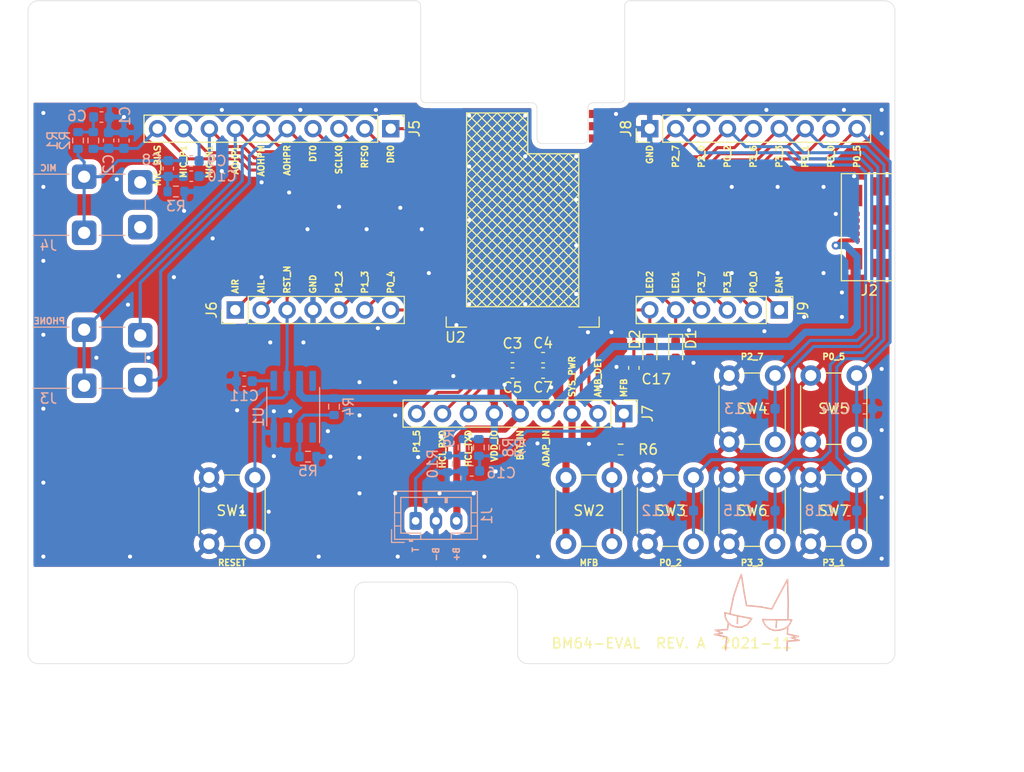
<source format=kicad_pcb>
(kicad_pcb (version 20171130) (host pcbnew 5.1.10-88a1d61d58~90~ubuntu20.04.1)
  (layers (0 F.Cu signal) (31 B.Cu signal) (34 B.Paste user) (35 F.Paste user) (36 B.SilkS user) (37 F.SilkS user) (38 B.Mask user) (39 F.Mask user) (44 Edge.Cuts user))
  (net 0 "")
  (net 1 GND)
  (net 2 /MIC_BIAS)
  (net 3 /BAT_IN)
  (net 4 /ADAP_IN)
  (net 5 "Net-(C6-Pad1)")
  (net 6 "Net-(C10-Pad2)")
  (net 7 "Net-(C8-Pad1)")
  (net 8 "Net-(C11-Pad2)")
  (net 9 /P0_2)
  (net 10 /P2_7)
  (net 11 /P0_5)
  (net 12 /P3_3)
  (net 13 /AMB_DET)
  (net 14 /SYS_PWR)
  (net 15 /P3_1)
  (net 16 /LED1)
  (net 17 /LED2)
  (net 18 /P0_4)
  (net 19 /P1_3)
  (net 20 /P1_2)
  (net 21 /RST_N)
  (net 22 /AIL)
  (net 23 /AIR)
  (net 24 /MIC_P1)
  (net 25 /MIC_N1)
  (net 26 /AOHPL)
  (net 27 /AOHPM)
  (net 28 /AOPHR)
  (net 29 /DT0)
  (net 30 /SCLK0)
  (net 31 /RFS0)
  (net 32 /DR0)
  (net 33 /P1_5)
  (net 34 /HCI_RXD)
  (net 35 /HCI_TXD)
  (net 36 /VDD_IO)
  (net 37 /MFB)
  (net 38 /P3_0)
  (net 39 /P3_6)
  (net 40 /P2_0)
  (net 41 /P3_7)
  (net 42 /P3_5)
  (net 43 /P0_0)
  (net 44 /EAN)
  (net 45 "Net-(R4-Pad1)")
  (net 46 "Net-(R8-Pad2)")
  (net 47 /USB_D_P)
  (net 48 /USB_D_N)
  (net 49 /THERM)
  (module MJ-8435:MJ-8435 (layer B.Cu) (at 17.5 55 270)
    (fp_text reference J3 (at 4 -4.5) (layer B.SilkS) (effects (justify mirror)))
    (fp_text value HEADPHONE)
    (pad R thru_hole roundrect (at 2.2 -13.5 270) (size 2.4 2.4) (drill 1.2) (layers *.Cu *.Mask) (roundrect_rratio 0.2) (net 28 /AOPHR))
    (pad S thru_hole roundrect (at -2.2 -13.5 270) (size 2.4 2.4) (drill 1.2) (layers *.Cu *.Mask) (roundrect_rratio 0.2) (net 27 /AOHPM))
    (pad T thru_hole roundrect (at 2.75 -8 270) (size 2.4 2.4) (drill 1.2) (layers *.Cu *.Mask) (roundrect_rratio 0.2) (net 26 /AOHPL))
    (pad T thru_hole roundrect (at -2.75 -8 270) (size 2.4 2.4) (drill 1.2) (layers *.Cu *.Mask) (roundrect_rratio 0.2) (net 26 /AOHPL))
  )
  (module MJ-8435:MJ-8435 (layer B.Cu) (at 17.5 40 270)
    (fp_text reference J4 (at 4 -4.5) (layer B.SilkS) (effects (justify mirror)))
    (fp_text value MIC)
    (pad R thru_hole roundrect (at 2.2 -13.5 270) (size 2.4 2.4) (drill 1.2) (layers *.Cu *.Mask) (roundrect_rratio 0.2))
    (pad S thru_hole roundrect (at -2.2 -13.5 270) (size 2.4 2.4) (drill 1.2) (layers *.Cu *.Mask) (roundrect_rratio 0.2) (net 6 "Net-(C10-Pad2)"))
    (pad T thru_hole roundrect (at 2.75 -8 270) (size 2.4 2.4) (drill 1.2) (layers *.Cu *.Mask) (roundrect_rratio 0.2) (net 7 "Net-(C8-Pad1)"))
    (pad T thru_hole roundrect (at -2.75 -8 270) (size 2.4 2.4) (drill 1.2) (layers *.Cu *.Mask) (roundrect_rratio 0.2) (net 7 "Net-(C8-Pad1)"))
  )
  (module Connector_JST:JST_PH_B3B-PH-K_1x03_P2.00mm_Vertical (layer B.Cu) (at 58 71)
    (fp_text reference J1 (at 7 -0.5 90) (layer B.SilkS) (effects (justify mirror)))
    (fp_text value BATTERY)
    (pad 3 thru_hole oval (at 4 0) (size 1.2 1.75) (drill 0.75) (layers *.Cu *.Mask) (net 3 /BAT_IN))
    (pad 2 thru_hole oval (at 2 0) (size 1.2 1.75) (drill 0.75) (layers *.Cu *.Mask) (net 1 GND))
    (pad 1 thru_hole roundrect (at 0 0) (size 1.2 1.75) (drill 0.75) (layers *.Cu *.Mask) (roundrect_rratio 0.208333) (net 49 /THERM))
  )
  (module LED_SMD:LED_0603_1608Metric_Castellated (layer F.Cu) (at 80.97 54.4 270)
    (fp_text reference D2 (at -1.2 1.47 90) (layer F.SilkS))
    (fp_text value LED_RED)
    (pad 2 smd roundrect (at 0.8125 0 270) (size 1.225 0.85) (layers F.Cu F.Paste F.Mask) (net 14 /SYS_PWR))
    (pad 1 smd roundrect (at -0.8125 0 270) (size 1.225 0.85) (layers F.Cu F.Paste F.Mask) (net 17 /LED2))
  )
  (module LED_SMD:LED_0603_1608Metric_Castellated (layer F.Cu) (at 83.5 54.4 270)
    (fp_text reference D1 (at -1.2 -1.5 90) (layer F.SilkS))
    (fp_text value LED_GRN)
    (pad 2 smd roundrect (at 0.8125 0 270) (size 1.225 0.85) (layers F.Cu F.Paste F.Mask) (net 14 /SYS_PWR))
    (pad 1 smd roundrect (at -0.8125 0 270) (size 1.225 0.85) (layers F.Cu F.Paste F.Mask) (net 16 /LED1))
  )
  (module MountingHole:MountingHole_3.2mm_M3 (layer F.Cu) (at 100 80)
    (fp_text reference H4 hide)
    (fp_text value M3)
    (pad 1 np_thru_hole circle (at 0 0) (size 3.2 3.2) (drill 3.2) (layers *.Cu *.Mask))
  )
  (module MountingHole:MountingHole_3.2mm_M3 (layer F.Cu) (at 100 25)
    (fp_text reference H3 hide)
    (fp_text value M3)
    (pad 1 np_thru_hole circle (at 0 0) (size 3.2 3.2) (drill 3.2) (layers *.Cu *.Mask))
  )
  (module MountingHole:MountingHole_3.2mm_M3 (layer F.Cu) (at 25 80)
    (fp_text reference H2 hide)
    (fp_text value M3)
    (pad 1 np_thru_hole circle (at 0 0) (size 3.2 3.2) (drill 3.2) (layers *.Cu *.Mask))
  )
  (module MountingHole:MountingHole_3.2mm_M3 (layer F.Cu) (at 25 25)
    (fp_text reference H1 hide)
    (fp_text value M3)
    (pad 1 np_thru_hole circle (at 0 0) (size 3.2 3.2) (drill 3.2) (layers *.Cu *.Mask))
  )
  (module bm64:BM64 (layer F.Cu) (at 61 52)
    (fp_text reference U2 (at 0.9 1) (layer F.SilkS))
    (fp_text value BM64)
    (pad 32 smd rect (at 14.75 -7.7) (size 1.5 0.8) (layers F.Cu F.Paste F.Mask) (net 44 /EAN))
    (pad 30 smd rect (at 14.75 -5.3) (size 1.5 0.8) (layers F.Cu F.Paste F.Mask) (net 42 /P3_5))
    (pad 29 smd rect (at 14.75 -4.1) (size 1.5 0.8) (layers F.Cu F.Paste F.Mask) (net 41 /P3_7))
    (pad 40 smd rect (at 14.75 -17.3) (size 1.5 0.8) (layers F.Cu F.Paste F.Mask) (net 9 /P0_2))
    (pad 39 smd rect (at 14.75 -16.1) (size 1.5 0.8) (layers F.Cu F.Paste F.Mask) (net 39 /P3_6))
    (pad 35 smd rect (at 14.75 -11.3) (size 1.5 0.8) (layers F.Cu F.Paste F.Mask) (net 11 /P0_5))
    (pad 28 smd rect (at 14.75 -2.9) (size 1.5 0.8) (layers F.Cu F.Paste F.Mask) (net 16 /LED1))
    (pad 37 smd rect (at 14.75 -13.7) (size 1.5 0.8) (layers F.Cu F.Paste F.Mask) (net 15 /P3_1))
    (pad 36 smd rect (at 14.75 -12.5) (size 1.5 0.8) (layers F.Cu F.Paste F.Mask) (net 38 /P3_0))
    (pad 43 smd rect (at 14.75 -20.9) (size 1.5 0.8) (layers F.Cu F.Paste F.Mask) (net 1 GND))
    (pad 41 smd rect (at 14.75 -18.5) (size 1.5 0.8) (layers F.Cu F.Paste F.Mask) (net 40 /P2_0))
    (pad 31 smd rect (at 14.75 -6.5) (size 1.5 0.8) (layers F.Cu F.Paste F.Mask) (net 43 /P0_0))
    (pad 33 smd rect (at 14.75 -8.9) (size 1.5 0.8) (layers F.Cu F.Paste F.Mask) (net 48 /USB_D_N))
    (pad 42 smd rect (at 14.75 -19.7) (size 1.5 0.8) (layers F.Cu F.Paste F.Mask) (net 10 /P2_7))
    (pad 27 smd rect (at 14.75 -1.7) (size 1.5 0.8) (layers F.Cu F.Paste F.Mask) (net 17 /LED2))
    (pad 34 smd rect (at 14.75 -10.1) (size 1.5 0.8) (layers F.Cu F.Paste F.Mask) (net 47 /USB_D_P))
    (pad 38 smd rect (at 14.75 -14.9) (size 1.5 0.8) (layers F.Cu F.Paste F.Mask) (net 12 /P3_3))
    (pad 1 smd rect (at 0.25 -20.9) (size 1.5 0.8) (layers F.Cu F.Paste F.Mask) (net 32 /DR0))
    (pad 2 smd rect (at 0.25 -19.7) (size 1.5 0.8) (layers F.Cu F.Paste F.Mask) (net 31 /RFS0))
    (pad 3 smd rect (at 0.25 -18.5) (size 1.5 0.8) (layers F.Cu F.Paste F.Mask) (net 30 /SCLK0))
    (pad 4 smd rect (at 0.25 -17.3) (size 1.5 0.8) (layers F.Cu F.Paste F.Mask) (net 29 /DT0))
    (pad 5 smd rect (at 0.25 -16.1) (size 1.5 0.8) (layers F.Cu F.Paste F.Mask) (net 28 /AOPHR))
    (pad 6 smd rect (at 0.25 -14.9) (size 1.5 0.8) (layers F.Cu F.Paste F.Mask) (net 27 /AOHPM))
    (pad 7 smd rect (at 0.25 -13.7) (size 1.5 0.8) (layers F.Cu F.Paste F.Mask) (net 26 /AOHPL))
    (pad 8 smd rect (at 0.25 -12.5) (size 1.5 0.8) (layers F.Cu F.Paste F.Mask) (net 25 /MIC_N1))
    (pad 9 smd rect (at 0.25 -11.3) (size 1.5 0.8) (layers F.Cu F.Paste F.Mask) (net 24 /MIC_P1))
    (pad 10 smd rect (at 0.25 -10.1) (size 1.5 0.8) (layers F.Cu F.Paste F.Mask) (net 2 /MIC_BIAS))
    (pad 11 smd rect (at 0.25 -8.9) (size 1.5 0.8) (layers F.Cu F.Paste F.Mask) (net 23 /AIR))
    (pad 12 smd rect (at 0.25 -7.7) (size 1.5 0.8) (layers F.Cu F.Paste F.Mask) (net 22 /AIL))
    (pad 13 smd rect (at 0.25 -6.5) (size 1.5 0.8) (layers F.Cu F.Paste F.Mask) (net 21 /RST_N))
    (pad 14 smd rect (at 0.25 -5.3) (size 1.5 0.8) (layers F.Cu F.Paste F.Mask) (net 1 GND))
    (pad 15 smd rect (at 0.25 -4.1) (size 1.5 0.8) (layers F.Cu F.Paste F.Mask) (net 20 /P1_2))
    (pad 16 smd rect (at 0.25 -2.9) (size 1.5 0.8) (layers F.Cu F.Paste F.Mask) (net 19 /P1_3))
    (pad 17 smd rect (at 0.25 -1.7) (size 1.5 0.8) (layers F.Cu F.Paste F.Mask) (net 18 /P0_4))
    (pad 26 smd rect (at 12.3 -0.25) (size 0.8 1.5) (layers F.Cu F.Paste F.Mask) (net 37 /MFB))
    (pad 25 smd rect (at 11.1 -0.25) (size 0.8 1.5) (layers F.Cu F.Paste F.Mask) (net 13 /AMB_DET))
    (pad 24 smd rect (at 9.9 -0.25) (size 0.8 1.5) (layers F.Cu F.Paste F.Mask) (net 14 /SYS_PWR))
    (pad 23 smd rect (at 8.7 -0.25) (size 0.8 1.5) (layers F.Cu F.Paste F.Mask) (net 4 /ADAP_IN))
    (pad 22 smd rect (at 7.5 -0.25) (size 0.8 1.5) (layers F.Cu F.Paste F.Mask) (net 3 /BAT_IN))
    (pad 21 smd rect (at 6.3 -0.25) (size 0.8 1.5) (layers F.Cu F.Paste F.Mask) (net 36 /VDD_IO))
    (pad 20 smd rect (at 5.1 -0.25) (size 0.8 1.5) (layers F.Cu F.Paste F.Mask) (net 35 /HCI_TXD))
    (pad 19 smd rect (at 3.9 -0.25) (size 0.8 1.5) (layers F.Cu F.Paste F.Mask) (net 34 /HCI_RXD))
    (pad 18 smd rect (at 2.7 -0.25) (size 0.8 1.5) (layers F.Cu F.Paste F.Mask) (net 33 /P1_5))
  )
  (module "ZX62-B-5PA:ZX62-B-5PA(33)" (layer F.Cu) (at 105 42.2 90)
    (fp_text reference J2 (at -6.2 -2.5 180) (layer F.SilkS))
    (fp_text value USB)
    (pad 6 smd rect (at 4 -1.45 90) (size 1.8 1.9) (layers F.Cu F.Paste F.Mask) (net 1 GND))
    (pad 6 smd rect (at 1.2 -1.45 90) (size 1.9 1.9) (layers F.Cu F.Paste F.Mask) (net 1 GND))
    (pad 6 smd rect (at -1.2 -1.45 90) (size 1.9 1.9) (layers F.Cu F.Paste F.Mask) (net 1 GND))
    (pad 6 smd rect (at -4 -1.45 90) (size 1.8 1.9) (layers F.Cu F.Paste F.Mask) (net 1 GND))
    (pad 6 smd rect (at 3.1 -4 90) (size 2.1 1.6) (layers F.Cu F.Paste F.Mask) (net 1 GND))
    (pad 6 smd rect (at -3.1 -4 90) (size 2.1 1.6) (layers F.Cu F.Paste F.Mask) (net 1 GND))
    (pad 5 smd rect (at 1.3 -4.125 90) (size 0.4 1.35) (layers F.Cu F.Paste F.Mask) (net 1 GND))
    (pad 4 smd rect (at 0.65 -4.125 90) (size 0.4 1.35) (layers F.Cu F.Paste F.Mask))
    (pad 3 smd rect (at 0 -4.125 90) (size 0.4 1.35) (layers F.Cu F.Paste F.Mask) (net 47 /USB_D_P))
    (pad 2 smd rect (at -0.65 -4.125 90) (size 0.4 1.35) (layers F.Cu F.Paste F.Mask) (net 48 /USB_D_N))
    (pad 1 smd rect (at -1.3 -4.125 90) (size 0.4 1.35) (layers F.Cu F.Paste F.Mask) (net 4 /ADAP_IN))
  )
  (module Connector_PinHeader_2.54mm:PinHeader_1x07_P2.54mm_Vertical (layer F.Cu) (at 40.32 50.32 90)
    (fp_text reference J6 (at 0 -2.33 90) (layer F.SilkS))
    (fp_text value EXT_2)
    (pad 7 thru_hole oval (at 0 15.24 90) (size 1.7 1.7) (drill 1) (layers *.Cu *.Mask) (net 18 /P0_4))
    (pad 6 thru_hole oval (at 0 12.7 90) (size 1.7 1.7) (drill 1) (layers *.Cu *.Mask) (net 19 /P1_3))
    (pad 5 thru_hole oval (at 0 10.16 90) (size 1.7 1.7) (drill 1) (layers *.Cu *.Mask) (net 20 /P1_2))
    (pad 4 thru_hole oval (at 0 7.62 90) (size 1.7 1.7) (drill 1) (layers *.Cu *.Mask) (net 1 GND))
    (pad 3 thru_hole oval (at 0 5.08 90) (size 1.7 1.7) (drill 1) (layers *.Cu *.Mask) (net 21 /RST_N))
    (pad 2 thru_hole oval (at 0 2.54 90) (size 1.7 1.7) (drill 1) (layers *.Cu *.Mask) (net 22 /AIL))
    (pad 1 thru_hole rect (at 0 0 90) (size 1.7 1.7) (drill 1) (layers *.Cu *.Mask) (net 23 /AIR))
  )
  (module Connector_PinHeader_2.54mm:PinHeader_1x10_P2.54mm_Vertical (layer F.Cu) (at 55.56 32.54 270)
    (fp_text reference J5 (at 0 -2.33 90) (layer F.SilkS))
    (fp_text value EXT_1)
    (pad 10 thru_hole oval (at 0 22.86 270) (size 1.7 1.7) (drill 1) (layers *.Cu *.Mask) (net 2 /MIC_BIAS))
    (pad 9 thru_hole oval (at 0 20.32 270) (size 1.7 1.7) (drill 1) (layers *.Cu *.Mask) (net 24 /MIC_P1))
    (pad 8 thru_hole oval (at 0 17.78 270) (size 1.7 1.7) (drill 1) (layers *.Cu *.Mask) (net 25 /MIC_N1))
    (pad 7 thru_hole oval (at 0 15.24 270) (size 1.7 1.7) (drill 1) (layers *.Cu *.Mask) (net 26 /AOHPL))
    (pad 6 thru_hole oval (at 0 12.7 270) (size 1.7 1.7) (drill 1) (layers *.Cu *.Mask) (net 27 /AOHPM))
    (pad 5 thru_hole oval (at 0 10.16 270) (size 1.7 1.7) (drill 1) (layers *.Cu *.Mask) (net 28 /AOPHR))
    (pad 4 thru_hole oval (at 0 7.62 270) (size 1.7 1.7) (drill 1) (layers *.Cu *.Mask) (net 29 /DT0))
    (pad 3 thru_hole oval (at 0 5.08 270) (size 1.7 1.7) (drill 1) (layers *.Cu *.Mask) (net 30 /SCLK0))
    (pad 2 thru_hole oval (at 0 2.54 270) (size 1.7 1.7) (drill 1) (layers *.Cu *.Mask) (net 31 /RFS0))
    (pad 1 thru_hole rect (at 0 0 270) (size 1.7 1.7) (drill 1) (layers *.Cu *.Mask) (net 32 /DR0))
  )
  (module Package_SO:SOP-8_3.76x4.96mm_P1.27mm (layer B.Cu) (at 46 59.8 90)
    (fp_text reference U1 (at -1 -3.4 270) (layer B.SilkS) (effects (justify mirror)))
    (fp_text value M51957B)
    (pad 8 smd roundrect (at 2.5375 1.905 90) (size 1.975 0.65) (layers B.Cu B.Paste B.Mask))
    (pad 7 smd roundrect (at 2.5375 0.635 90) (size 1.975 0.65) (layers B.Cu B.Paste B.Mask) (net 3 /BAT_IN))
    (pad 6 smd roundrect (at 2.5375 -0.635 90) (size 1.975 0.65) (layers B.Cu B.Paste B.Mask) (net 21 /RST_N))
    (pad 5 smd roundrect (at 2.5375 -1.905 90) (size 1.975 0.65) (layers B.Cu B.Paste B.Mask) (net 8 "Net-(C11-Pad2)"))
    (pad 4 smd roundrect (at -2.5375 -1.905 90) (size 1.975 0.65) (layers B.Cu B.Paste B.Mask) (net 1 GND))
    (pad 3 smd roundrect (at -2.5375 -0.635 90) (size 1.975 0.65) (layers B.Cu B.Paste B.Mask))
    (pad 2 smd roundrect (at -2.5375 0.635 90) (size 1.975 0.65) (layers B.Cu B.Paste B.Mask) (net 45 "Net-(R4-Pad1)"))
    (pad 1 smd roundrect (at -2.5375 1.905 90) (size 1.975 0.65) (layers B.Cu B.Paste B.Mask))
  )
  (module Button_Switch_THT:SW_PUSH_6mm_H5mm (layer F.Cu) (at 96.75 73.25 90)
    (fp_text reference SW7 (at 3.25 2.25 180) (layer F.SilkS))
    (fp_text value REV)
    (pad 1 thru_hole circle (at 6.5 0 180) (size 2 2) (drill 1.1) (layers *.Cu *.Mask) (net 1 GND))
    (pad 2 thru_hole circle (at 6.5 4.5 180) (size 2 2) (drill 1.1) (layers *.Cu *.Mask) (net 15 /P3_1))
    (pad 1 thru_hole circle (at 0 0 180) (size 2 2) (drill 1.1) (layers *.Cu *.Mask) (net 1 GND))
    (pad 2 thru_hole circle (at 0 4.5 180) (size 2 2) (drill 1.1) (layers *.Cu *.Mask) (net 15 /P3_1))
  )
  (module Button_Switch_THT:SW_PUSH_6mm_H5mm (layer F.Cu) (at 88.75 73.25 90)
    (fp_text reference SW6 (at 3.25 2.25 180) (layer F.SilkS))
    (fp_text value FWD)
    (pad 1 thru_hole circle (at 6.5 0 180) (size 2 2) (drill 1.1) (layers *.Cu *.Mask) (net 1 GND))
    (pad 2 thru_hole circle (at 6.5 4.5 180) (size 2 2) (drill 1.1) (layers *.Cu *.Mask) (net 12 /P3_3))
    (pad 1 thru_hole circle (at 0 0 180) (size 2 2) (drill 1.1) (layers *.Cu *.Mask) (net 1 GND))
    (pad 2 thru_hole circle (at 0 4.5 180) (size 2 2) (drill 1.1) (layers *.Cu *.Mask) (net 12 /P3_3))
  )
  (module Button_Switch_THT:SW_PUSH_6mm_H5mm (layer F.Cu) (at 96.75 63.25 90)
    (fp_text reference SW5 (at 3.25 2.25 180) (layer F.SilkS))
    (fp_text value VOL_DOWN)
    (pad 1 thru_hole circle (at 6.5 0 180) (size 2 2) (drill 1.1) (layers *.Cu *.Mask) (net 1 GND))
    (pad 2 thru_hole circle (at 6.5 4.5 180) (size 2 2) (drill 1.1) (layers *.Cu *.Mask) (net 11 /P0_5))
    (pad 1 thru_hole circle (at 0 0 180) (size 2 2) (drill 1.1) (layers *.Cu *.Mask) (net 1 GND))
    (pad 2 thru_hole circle (at 0 4.5 180) (size 2 2) (drill 1.1) (layers *.Cu *.Mask) (net 11 /P0_5))
  )
  (module Button_Switch_THT:SW_PUSH_6mm_H5mm (layer F.Cu) (at 88.75 63.25 90)
    (fp_text reference SW4 (at 3.25 2.25 180) (layer F.SilkS))
    (fp_text value VOL_UP)
    (pad 2 thru_hole circle (at 0 4.5 180) (size 2 2) (drill 1.1) (layers *.Cu *.Mask) (net 10 /P2_7))
    (pad 1 thru_hole circle (at 0 0 180) (size 2 2) (drill 1.1) (layers *.Cu *.Mask) (net 1 GND))
    (pad 2 thru_hole circle (at 6.5 4.5 180) (size 2 2) (drill 1.1) (layers *.Cu *.Mask) (net 10 /P2_7))
    (pad 1 thru_hole circle (at 6.5 0 180) (size 2 2) (drill 1.1) (layers *.Cu *.Mask) (net 1 GND))
  )
  (module Button_Switch_THT:SW_PUSH_6mm_H5mm (layer F.Cu) (at 80.75 73.25 90)
    (fp_text reference SW3 (at 3.25 2.25 180) (layer F.SilkS))
    (fp_text value PLAY_PAUSE)
    (pad 1 thru_hole circle (at 6.5 0 180) (size 2 2) (drill 1.1) (layers *.Cu *.Mask) (net 1 GND))
    (pad 2 thru_hole circle (at 6.5 4.5 180) (size 2 2) (drill 1.1) (layers *.Cu *.Mask) (net 9 /P0_2))
    (pad 1 thru_hole circle (at 0 0 180) (size 2 2) (drill 1.1) (layers *.Cu *.Mask) (net 1 GND))
    (pad 2 thru_hole circle (at 0 4.5 180) (size 2 2) (drill 1.1) (layers *.Cu *.Mask) (net 9 /P0_2))
  )
  (module Button_Switch_THT:SW_PUSH_6mm_H5mm (layer F.Cu) (at 77.25 66.75 270)
    (fp_text reference SW2 (at 3.25 2.25 180) (layer F.SilkS))
    (fp_text value MULT_FUNC)
    (pad 1 thru_hole circle (at 6.5 0) (size 2 2) (drill 1.1) (layers *.Cu *.Mask) (net 37 /MFB))
    (pad 2 thru_hole circle (at 6.5 4.5) (size 2 2) (drill 1.1) (layers *.Cu *.Mask) (net 14 /SYS_PWR))
    (pad 1 thru_hole circle (at 0 0) (size 2 2) (drill 1.1) (layers *.Cu *.Mask) (net 37 /MFB))
    (pad 2 thru_hole circle (at 0 4.5) (size 2 2) (drill 1.1) (layers *.Cu *.Mask) (net 14 /SYS_PWR))
  )
  (module Button_Switch_THT:SW_PUSH_6mm_H5mm (layer F.Cu) (at 42.25 66.75 270)
    (fp_text reference SW1 (at 3.25 2.25) (layer F.SilkS))
    (fp_text value RESET)
    (pad 1 thru_hole circle (at 6.5 0) (size 2 2) (drill 1.1) (layers *.Cu *.Mask) (net 21 /RST_N))
    (pad 2 thru_hole circle (at 6.5 4.5) (size 2 2) (drill 1.1) (layers *.Cu *.Mask) (net 1 GND))
    (pad 1 thru_hole circle (at 0 0) (size 2 2) (drill 1.1) (layers *.Cu *.Mask) (net 21 /RST_N))
    (pad 2 thru_hole circle (at 0 4.5) (size 2 2) (drill 1.1) (layers *.Cu *.Mask) (net 1 GND))
  )
  (module Resistor_SMD:R_0603_1608Metric (layer B.Cu) (at 61.1 65.4 270)
    (fp_text reference R10 (at 0 1.43 90) (layer B.SilkS) (effects (justify mirror)))
    (fp_text value "100k NTC 4250K")
    (pad 2 smd roundrect (at 0.825 0 270) (size 0.8 0.95) (layers B.Cu B.Paste B.Mask) (net 1 GND))
    (pad 1 smd roundrect (at -0.825 0 270) (size 0.8 0.95) (layers B.Cu B.Paste B.Mask) (net 49 /THERM))
  )
  (module Resistor_SMD:R_0603_1608Metric (layer B.Cu) (at 62.7 63.8 270)
    (fp_text reference R9 (at -0.9 1.4 90) (layer B.SilkS) (effects (justify mirror)))
    (fp_text value 82k)
    (pad 2 smd roundrect (at 0.825 0 270) (size 0.8 0.95) (layers B.Cu B.Paste B.Mask) (net 49 /THERM))
    (pad 1 smd roundrect (at -0.825 0 270) (size 0.8 0.95) (layers B.Cu B.Paste B.Mask) (net 46 "Net-(R8-Pad2)"))
  )
  (module Resistor_SMD:R_0603_1608Metric (layer B.Cu) (at 64.2 63.8 90)
    (fp_text reference R8 (at 0 2.9 90) (layer B.SilkS) (effects (justify mirror)))
    (fp_text value 4.7k)
    (pad 2 smd roundrect (at 0.825 0 90) (size 0.8 0.95) (layers B.Cu B.Paste B.Mask) (net 46 "Net-(R8-Pad2)"))
    (pad 1 smd roundrect (at -0.825 0 90) (size 0.8 0.95) (layers B.Cu B.Paste B.Mask) (net 13 /AMB_DET))
  )
  (module Resistor_SMD:R_0603_1608Metric (layer B.Cu) (at 65.7 63.8 270)
    (fp_text reference R7 (at 0 -2.6 90) (layer B.SilkS) (effects (justify mirror)))
    (fp_text value 1M)
    (pad 2 smd roundrect (at 0.825 0 270) (size 0.8 0.95) (layers B.Cu B.Paste B.Mask) (net 13 /AMB_DET))
    (pad 1 smd roundrect (at -0.825 0 270) (size 0.8 0.95) (layers B.Cu B.Paste B.Mask) (net 36 /VDD_IO))
  )
  (module Resistor_SMD:R_0603_1608Metric (layer F.Cu) (at 78.1 64)
    (fp_text reference R6 (at 2.7 0) (layer F.SilkS))
    (fp_text value 1k)
    (pad 2 smd roundrect (at 0.825 0) (size 0.8 0.95) (layers F.Cu F.Paste F.Mask) (net 1 GND))
    (pad 1 smd roundrect (at -0.825 0) (size 0.8 0.95) (layers F.Cu F.Paste F.Mask) (net 37 /MFB))
  )
  (module Resistor_SMD:R_0603_1608Metric (layer B.Cu) (at 47.45 64.7)
    (fp_text reference R5 (at 0 1.4) (layer B.SilkS) (effects (justify mirror)))
    (fp_text value 7.5M)
    (pad 2 smd roundrect (at 0.825 0) (size 0.8 0.95) (layers B.Cu B.Paste B.Mask) (net 1 GND))
    (pad 1 smd roundrect (at -0.825 0) (size 0.8 0.95) (layers B.Cu B.Paste B.Mask) (net 45 "Net-(R4-Pad1)"))
  )
  (module Resistor_SMD:R_0603_1608Metric (layer B.Cu) (at 50 59.8 90)
    (fp_text reference R4 (at 0 1.43 270) (layer B.SilkS) (effects (justify mirror)))
    (fp_text value 10M)
    (pad 2 smd roundrect (at 0.825 0 90) (size 0.8 0.95) (layers B.Cu B.Paste B.Mask) (net 3 /BAT_IN))
    (pad 1 smd roundrect (at -0.825 0 90) (size 0.8 0.95) (layers B.Cu B.Paste B.Mask) (net 45 "Net-(R4-Pad1)"))
  )
  (module Resistor_SMD:R_0603_1608Metric (layer B.Cu) (at 34.5 38.7)
    (fp_text reference R3 (at 0 1.43) (layer B.SilkS) (effects (justify mirror)))
    (fp_text value 2k)
    (pad 2 smd roundrect (at 0.825 0) (size 0.8 0.95) (layers B.Cu B.Paste B.Mask) (net 1 GND))
    (pad 1 smd roundrect (at -0.825 0) (size 0.8 0.95) (layers B.Cu B.Paste B.Mask) (net 6 "Net-(C10-Pad2)"))
  )
  (module Resistor_SMD:R_0603_1608Metric (layer B.Cu) (at 24.9 33.7 90)
    (fp_text reference R2 (at 0 -1.3 90) (layer B.SilkS) (effects (justify mirror)))
    (fp_text value 1k)
    (pad 2 smd roundrect (at 0.825 0 90) (size 0.8 0.95) (layers B.Cu B.Paste B.Mask) (net 5 "Net-(C6-Pad1)"))
    (pad 1 smd roundrect (at -0.825 0 90) (size 0.8 0.95) (layers B.Cu B.Paste B.Mask) (net 7 "Net-(C8-Pad1)"))
  )
  (module Resistor_SMD:R_0603_1608Metric (layer B.Cu) (at 26.4 33.7 270)
    (fp_text reference R1 (at 0 4 270) (layer B.SilkS) (effects (justify mirror)))
    (fp_text value 1k)
    (pad 2 smd roundrect (at 0.825 0 270) (size 0.8 0.95) (layers B.Cu B.Paste B.Mask) (net 2 /MIC_BIAS))
    (pad 1 smd roundrect (at -0.825 0 270) (size 0.8 0.95) (layers B.Cu B.Paste B.Mask) (net 5 "Net-(C6-Pad1)"))
  )
  (module Connector_PinHeader_2.54mm:PinHeader_1x06_P2.54mm_Vertical (layer F.Cu) (at 93.66 50.32 270)
    (fp_text reference J9 (at 0 -2.33 90) (layer F.SilkS))
    (fp_text value EXT_4)
    (pad 6 thru_hole oval (at 0 12.7 270) (size 1.7 1.7) (drill 1) (layers *.Cu *.Mask) (net 17 /LED2))
    (pad 5 thru_hole oval (at 0 10.16 270) (size 1.7 1.7) (drill 1) (layers *.Cu *.Mask) (net 16 /LED1))
    (pad 4 thru_hole oval (at 0 7.62 270) (size 1.7 1.7) (drill 1) (layers *.Cu *.Mask) (net 41 /P3_7))
    (pad 3 thru_hole oval (at 0 5.08 270) (size 1.7 1.7) (drill 1) (layers *.Cu *.Mask) (net 42 /P3_5))
    (pad 2 thru_hole oval (at 0 2.54 270) (size 1.7 1.7) (drill 1) (layers *.Cu *.Mask) (net 43 /P0_0))
    (pad 1 thru_hole rect (at 0 0 270) (size 1.7 1.7) (drill 1) (layers *.Cu *.Mask) (net 44 /EAN))
  )
  (module Connector_PinHeader_2.54mm:PinHeader_1x09_P2.54mm_Vertical (layer F.Cu) (at 80.96 32.54 90)
    (fp_text reference J8 (at 0 -2.33 90) (layer F.SilkS))
    (fp_text value EXT_5)
    (pad 9 thru_hole oval (at 0 20.32 90) (size 1.7 1.7) (drill 1) (layers *.Cu *.Mask) (net 11 /P0_5))
    (pad 8 thru_hole oval (at 0 17.78 90) (size 1.7 1.7) (drill 1) (layers *.Cu *.Mask) (net 38 /P3_0))
    (pad 7 thru_hole oval (at 0 15.24 90) (size 1.7 1.7) (drill 1) (layers *.Cu *.Mask) (net 15 /P3_1))
    (pad 6 thru_hole oval (at 0 12.7 90) (size 1.7 1.7) (drill 1) (layers *.Cu *.Mask) (net 12 /P3_3))
    (pad 5 thru_hole oval (at 0 10.16 90) (size 1.7 1.7) (drill 1) (layers *.Cu *.Mask) (net 39 /P3_6))
    (pad 4 thru_hole oval (at 0 7.62 90) (size 1.7 1.7) (drill 1) (layers *.Cu *.Mask) (net 9 /P0_2))
    (pad 3 thru_hole oval (at 0 5.08 90) (size 1.7 1.7) (drill 1) (layers *.Cu *.Mask) (net 40 /P2_0))
    (pad 2 thru_hole oval (at 0 2.54 90) (size 1.7 1.7) (drill 1) (layers *.Cu *.Mask) (net 10 /P2_7))
    (pad 1 thru_hole rect (at 0 0 90) (size 1.7 1.7) (drill 1) (layers *.Cu *.Mask) (net 1 GND))
  )
  (module Connector_PinHeader_2.54mm:PinHeader_1x09_P2.54mm_Vertical (layer F.Cu) (at 78.42 60.48 270)
    (fp_text reference J7 (at 0 -2.33 90) (layer F.SilkS))
    (fp_text value EXT_3)
    (pad 9 thru_hole oval (at 0 20.32 270) (size 1.7 1.7) (drill 1) (layers *.Cu *.Mask) (net 33 /P1_5))
    (pad 8 thru_hole oval (at 0 17.78 270) (size 1.7 1.7) (drill 1) (layers *.Cu *.Mask) (net 34 /HCI_RXD))
    (pad 7 thru_hole oval (at 0 15.24 270) (size 1.7 1.7) (drill 1) (layers *.Cu *.Mask) (net 35 /HCI_TXD))
    (pad 6 thru_hole oval (at 0 12.7 270) (size 1.7 1.7) (drill 1) (layers *.Cu *.Mask) (net 36 /VDD_IO))
    (pad 5 thru_hole oval (at 0 10.16 270) (size 1.7 1.7) (drill 1) (layers *.Cu *.Mask) (net 3 /BAT_IN))
    (pad 4 thru_hole oval (at 0 7.62 270) (size 1.7 1.7) (drill 1) (layers *.Cu *.Mask) (net 4 /ADAP_IN))
    (pad 3 thru_hole oval (at 0 5.08 270) (size 1.7 1.7) (drill 1) (layers *.Cu *.Mask) (net 14 /SYS_PWR))
    (pad 2 thru_hole oval (at 0 2.54 270) (size 1.7 1.7) (drill 1) (layers *.Cu *.Mask) (net 13 /AMB_DET))
    (pad 1 thru_hole rect (at 0 0 270) (size 1.7 1.7) (drill 1) (layers *.Cu *.Mask) (net 37 /MFB))
  )
  (module Capacitor_SMD:C_0603_1608Metric (layer B.Cu) (at 100.475 70 180)
    (fp_text reference C18 (at 2.875 0) (layer B.SilkS) (effects (justify mirror)))
    (fp_text value 15p)
    (pad 1 smd roundrect (at -0.775 0 180) (size 0.9 0.95) (layers B.Cu B.Paste B.Mask) (net 15 /P3_1))
    (pad 2 smd roundrect (at 0.775 0 180) (size 0.9 0.95) (layers B.Cu B.Paste B.Mask) (net 1 GND))
  )
  (module Capacitor_SMD:C_0603_1608Metric (layer F.Cu) (at 79.4 56 270)
    (fp_text reference C17 (at 1.1 -2.2 180) (layer F.SilkS))
    (fp_text value 0.1u)
    (pad 2 smd roundrect (at 0.775 0 270) (size 0.9 0.95) (layers F.Cu F.Paste F.Mask) (net 1 GND))
    (pad 1 smd roundrect (at -0.775 0 270) (size 0.9 0.95) (layers F.Cu F.Paste F.Mask) (net 14 /SYS_PWR))
  )
  (module Capacitor_SMD:C_0603_1608Metric (layer B.Cu) (at 63.5 66.1 180)
    (fp_text reference C16 (at -2.9 -0.2 180) (layer B.SilkS) (effects (justify mirror)))
    (fp_text value 1u)
    (pad 2 smd roundrect (at 0.775 0 180) (size 0.9 0.95) (layers B.Cu B.Paste B.Mask) (net 1 GND))
    (pad 1 smd roundrect (at -0.775 0 180) (size 0.9 0.95) (layers B.Cu B.Paste B.Mask) (net 13 /AMB_DET))
  )
  (module Capacitor_SMD:C_0603_1608Metric (layer B.Cu) (at 92.475 70 180)
    (fp_text reference C15 (at 2.875 0) (layer B.SilkS) (effects (justify mirror)))
    (fp_text value 15p)
    (pad 2 smd roundrect (at 0.775 0 180) (size 0.9 0.95) (layers B.Cu B.Paste B.Mask) (net 1 GND))
    (pad 1 smd roundrect (at -0.775 0 180) (size 0.9 0.95) (layers B.Cu B.Paste B.Mask) (net 12 /P3_3))
  )
  (module Capacitor_SMD:C_0603_1608Metric (layer B.Cu) (at 102.025 60)
    (fp_text reference C14 (at -2.825 0) (layer B.SilkS) (effects (justify mirror)))
    (fp_text value 15p)
    (pad 2 smd roundrect (at 0.775 0) (size 0.9 0.95) (layers B.Cu B.Paste B.Mask) (net 1 GND))
    (pad 1 smd roundrect (at -0.775 0) (size 0.9 0.95) (layers B.Cu B.Paste B.Mask) (net 11 /P0_5))
  )
  (module Capacitor_SMD:C_0603_1608Metric (layer B.Cu) (at 92.475 60 180)
    (fp_text reference C13 (at 2.775 0) (layer B.SilkS) (effects (justify mirror)))
    (fp_text value 15p)
    (pad 2 smd roundrect (at 0.775 0 180) (size 0.9 0.95) (layers B.Cu B.Paste B.Mask) (net 1 GND))
    (pad 1 smd roundrect (at -0.775 0 180) (size 0.9 0.95) (layers B.Cu B.Paste B.Mask) (net 10 /P2_7))
  )
  (module Capacitor_SMD:C_0603_1608Metric (layer B.Cu) (at 84.475 70 180)
    (fp_text reference C12 (at 2.875 0) (layer B.SilkS) (effects (justify mirror)))
    (fp_text value 15p)
    (pad 2 smd roundrect (at 0.775 0 180) (size 0.9 0.95) (layers B.Cu B.Paste B.Mask) (net 1 GND))
    (pad 1 smd roundrect (at -0.775 0 180) (size 0.9 0.95) (layers B.Cu B.Paste B.Mask) (net 9 /P0_2))
  )
  (module Capacitor_SMD:C_0603_1608Metric (layer B.Cu) (at 41.2 57.3)
    (fp_text reference C11 (at 0 1.43) (layer B.SilkS) (effects (justify mirror)))
    (fp_text value DNP)
    (pad 2 smd roundrect (at 0.775 0) (size 0.9 0.95) (layers B.Cu B.Paste B.Mask) (net 8 "Net-(C11-Pad2)"))
    (pad 1 smd roundrect (at -0.775 0) (size 0.9 0.95) (layers B.Cu B.Paste B.Mask) (net 1 GND))
  )
  (module Capacitor_SMD:C_0603_1608Metric (layer B.Cu) (at 36 37.2 180)
    (fp_text reference C10 (at -3 0) (layer B.SilkS) (effects (justify mirror)))
    (fp_text value 0.1u)
    (pad 2 smd roundrect (at 0.775 0 180) (size 0.9 0.95) (layers B.Cu B.Paste B.Mask) (net 6 "Net-(C10-Pad2)"))
    (pad 1 smd roundrect (at -0.775 0 180) (size 0.9 0.95) (layers B.Cu B.Paste B.Mask) (net 25 /MIC_N1))
  )
  (module Capacitor_SMD:C_0603_1608Metric (layer B.Cu) (at 36 35.7 180)
    (fp_text reference C9 (at -2.5 0 180) (layer B.SilkS) (effects (justify mirror)))
    (fp_text value 0.1u)
    (pad 1 smd roundrect (at -0.775 0 180) (size 0.9 0.95) (layers B.Cu B.Paste B.Mask) (net 24 /MIC_P1))
    (pad 2 smd roundrect (at 0.775 0 180) (size 0.9 0.95) (layers B.Cu B.Paste B.Mask) (net 7 "Net-(C8-Pad1)"))
  )
  (module Capacitor_SMD:C_0603_1608Metric (layer B.Cu) (at 33.75 36.45 270)
    (fp_text reference C8 (at -0.85 1.65) (layer B.SilkS) (effects (justify mirror)))
    (fp_text value 220p)
    (pad 2 smd roundrect (at 0.775 0 270) (size 0.9 0.95) (layers B.Cu B.Paste B.Mask) (net 6 "Net-(C10-Pad2)"))
    (pad 1 smd roundrect (at -0.775 0 270) (size 0.9 0.95) (layers B.Cu B.Paste B.Mask) (net 7 "Net-(C8-Pad1)"))
  )
  (module Capacitor_SMD:C_0603_1608Metric (layer F.Cu) (at 70.5 56.5)
    (fp_text reference C7 (at 0 1.4) (layer F.SilkS))
    (fp_text value 0.1u)
    (pad 2 smd roundrect (at 0.775 0) (size 0.9 0.95) (layers F.Cu F.Paste F.Mask) (net 1 GND))
    (pad 1 smd roundrect (at -0.775 0) (size 0.9 0.95) (layers F.Cu F.Paste F.Mask) (net 4 /ADAP_IN))
  )
  (module Capacitor_SMD:C_0603_1608Metric (layer B.Cu) (at 27.2 31.4)
    (fp_text reference C6 (at -2.4 -0.1 180) (layer B.SilkS) (effects (justify mirror)))
    (fp_text value 2.2u)
    (pad 2 smd roundrect (at 0.775 0) (size 0.9 0.95) (layers B.Cu B.Paste B.Mask) (net 1 GND))
    (pad 1 smd roundrect (at -0.775 0) (size 0.9 0.95) (layers B.Cu B.Paste B.Mask) (net 5 "Net-(C6-Pad1)"))
  )
  (module Capacitor_SMD:C_0603_1608Metric (layer F.Cu) (at 67.5 56.5 180)
    (fp_text reference C5 (at 0 -1.43) (layer F.SilkS))
    (fp_text value 0.1u)
    (pad 2 smd roundrect (at 0.775 0 180) (size 0.9 0.95) (layers F.Cu F.Paste F.Mask) (net 1 GND))
    (pad 1 smd roundrect (at -0.775 0 180) (size 0.9 0.95) (layers F.Cu F.Paste F.Mask) (net 3 /BAT_IN))
  )
  (module Capacitor_SMD:C_0603_1608Metric (layer F.Cu) (at 70.5 55)
    (fp_text reference C4 (at 0 -1.43) (layer F.SilkS))
    (fp_text value 1u)
    (pad 2 smd roundrect (at 0.775 0) (size 0.9 0.95) (layers F.Cu F.Paste F.Mask) (net 1 GND))
    (pad 1 smd roundrect (at -0.775 0) (size 0.9 0.95) (layers F.Cu F.Paste F.Mask) (net 4 /ADAP_IN))
  )
  (module Capacitor_SMD:C_0603_1608Metric (layer F.Cu) (at 67.5 55 180)
    (fp_text reference C3 (at 0 1.4) (layer F.SilkS))
    (fp_text value 1u)
    (pad 2 smd roundrect (at 0.775 0 180) (size 0.9 0.95) (layers F.Cu F.Paste F.Mask) (net 1 GND))
    (pad 1 smd roundrect (at -0.775 0 180) (size 0.9 0.95) (layers F.Cu F.Paste F.Mask) (net 3 /BAT_IN))
  )
  (module Capacitor_SMD:C_0603_1608Metric (layer B.Cu) (at 27.9 33.7 90)
    (fp_text reference C2 (at -2.3 0 270) (layer B.SilkS) (effects (justify mirror)))
    (fp_text value 2.2u)
    (pad 1 smd roundrect (at -0.775 0 90) (size 0.9 0.95) (layers B.Cu B.Paste B.Mask) (net 2 /MIC_BIAS))
    (pad 2 smd roundrect (at 0.775 0 90) (size 0.9 0.95) (layers B.Cu B.Paste B.Mask) (net 1 GND))
  )
  (module Capacitor_SMD:C_0603_1608Metric (layer B.Cu) (at 29.4 33.7 90)
    (fp_text reference C1 (at 2.4 0.1 270) (layer B.SilkS) (effects (justify mirror)))
    (fp_text value 4.7u)
    (pad 1 smd roundrect (at -0.775 0 90) (size 0.9 0.95) (layers B.Cu B.Paste B.Mask) (net 2 /MIC_BIAS))
    (pad 2 smd roundrect (at 0.775 0 90) (size 0.9 0.95) (layers B.Cu B.Paste B.Mask) (net 1 GND))
  )
  (gr_text T (at 58 73.5 90) (layer B.SilkS) (effects (font (size 0.6 0.6)) (justify left mirror)))
  (gr_text B- (at 60 73.5 90) (layer B.SilkS) (effects (font (size 0.6 0.6)) (justify left mirror)))
  (gr_line (start 88.57508 81.656652) (end 88.67144 81.019292) (layer B.SilkS) (width 0.15))
  (gr_line (start 94.45859 82.097913) (end 94.487786 81.347312) (layer B.SilkS) (width 0.15))
  (gr_line (start 88.41539 83.339433) (end 88.39939 83.643452) (layer B.SilkS) (width 0.15))
  (gr_line (start 88.511396 82.395375) (end 88.41539 83.339433) (layer B.SilkS) (width 0.15))
  (gr_line (start 87.327326 82.13936) (end 88.511396 82.395375) (layer B.SilkS) (width 0.15))
  (gr_line (start 88.079372 82.011352) (end 87.327326 82.13936) (layer B.SilkS) (width 0.15))
  (gr_line (start 87.391328 81.723334) (end 88.079372 82.011352) (layer B.SilkS) (width 0.15))
  (gr_line (start 88.57508 81.656652) (end 87.391328 81.723334) (layer B.SilkS) (width 0.15))
  (gr_line (start 94.431778 83.307431) (end 94.415778 83.723457) (layer B.SilkS) (width 0.15))
  (gr_line (start 94.447778 82.7954) (end 94.431778 83.307431) (layer B.SilkS) (width 0.15))
  (gr_line (start 95.59985 82.715395) (end 94.447778 82.7954) (layer B.SilkS) (width 0.15))
  (gr_line (start 94.831802 82.443378) (end 95.59985 82.715395) (layer B.SilkS) (width 0.15))
  (gr_line (start 95.519846 82.331372) (end 94.831802 82.443378) (layer B.SilkS) (width 0.15))
  (gr_line (start 94.45859 82.097913) (end 95.519846 82.331372) (layer B.SilkS) (width 0.15))
  (gr_line (start 89.56784 80.314892) (end 89.551122 81.067658) (layer B.SilkS) (width 0.15))
  (gr_line (start 93.40772 80.69927) (end 93.343717 81.451316) (layer B.SilkS) (width 0.15))
  (gr_line (start 89.567852 80.314892) (end 88.319414 80.011232) (layer B.SilkS) (width 0.15))
  (gr_line (start 90.94358 80.571266) (end 89.567852 80.314892) (layer B.SilkS) (width 0.15))
  (gr_line (start 90.943585 80.571267) (end 90.94358 80.571266) (layer B.SilkS) (width 0.15))
  (gr_line (start 90.812603 80.808742) (end 90.943585 80.571267) (layer B.SilkS) (width 0.15))
  (gr_line (start 90.52756 81.163303) (end 90.812603 80.808742) (layer B.SilkS) (width 0.15))
  (gr_line (start 90.001525 81.411319) (end 90.52756 81.163303) (layer B.SilkS) (width 0.15))
  (gr_line (start 89.631502 81.419319) (end 90.001525 81.411319) (layer B.SilkS) (width 0.15))
  (gr_line (start 89.211475 81.350285) (end 89.631502 81.419319) (layer B.SilkS) (width 0.15))
  (gr_line (start 88.942958 81.229695) (end 89.211475 81.350285) (layer B.SilkS) (width 0.15))
  (gr_line (start 88.671442 81.005234) (end 88.942958 81.229695) (layer B.SilkS) (width 0.15))
  (gr_line (start 88.467929 80.687911) (end 88.671442 81.005234) (layer B.SilkS) (width 0.15))
  (gr_line (start 88.363423 80.364224) (end 88.467929 80.687911) (layer B.SilkS) (width 0.15))
  (gr_line (start 88.31942 80.011232) (end 88.363423 80.364224) (layer B.SilkS) (width 0.15))
  (gr_line (start 94.863807 80.699269) (end 94.863806 80.69927) (layer B.SilkS) (width 0.15))
  (gr_line (start 94.687796 81.131297) (end 94.863807 80.699269) (layer B.SilkS) (width 0.15))
  (gr_line (start 94.47201 81.374814) (end 94.687796 81.131297) (layer B.SilkS) (width 0.15))
  (gr_line (start 94.165019 81.577382) (end 94.47201 81.374814) (layer B.SilkS) (width 0.15))
  (gr_line (start 93.697959 81.715233) (end 94.165019 81.577382) (layer B.SilkS) (width 0.15))
  (gr_line (start 93.182898 81.742079) (end 93.697959 81.715233) (layer B.SilkS) (width 0.15))
  (gr_line (start 92.72127 81.604697) (end 93.182898 81.742079) (layer B.SilkS) (width 0.15))
  (gr_line (start 92.319647 81.275306) (end 92.72127 81.604697) (layer B.SilkS) (width 0.15))
  (gr_line (start 92.095634 80.867281) (end 92.319647 81.275306) (layer B.SilkS) (width 0.15))
  (gr_line (start 92.03963 80.67527) (end 92.095634 80.867281) (layer B.SilkS) (width 0.15))
  (gr_line (start 93.407714 80.69927) (end 92.03963 80.67527) (layer B.SilkS) (width 0.15))
  (gr_line (start 94.863806 80.69927) (end 93.407714 80.69927) (layer B.SilkS) (width 0.15))
  (gr_line (start 89.198536 78.33116) (end 88.815121 80.13656) (layer B.SilkS) (width 0.15))
  (gr_line (start 89.664688 76.953157) (end 89.198536 78.33116) (layer B.SilkS) (width 0.15))
  (gr_line (start 89.94415 76.270994) (end 89.664688 76.953157) (layer B.SilkS) (width 0.15))
  (gr_line (start 90.218441 78.033296) (end 89.94415 76.270994) (layer B.SilkS) (width 0.15))
  (gr_line (start 90.449416 79.29194) (end 90.218441 78.033296) (layer B.SilkS) (width 0.15))
  (gr_line (start 91.890226 79.439027) (end 90.449416 79.29194) (layer B.SilkS) (width 0.15))
  (gr_line (start 92.921776 79.63994) (end 91.890226 79.439027) (layer B.SilkS) (width 0.15))
  (gr_line (start 93.632644 78.307586) (end 92.921776 79.63994) (layer B.SilkS) (width 0.15))
  (gr_line (start 94.469908 76.7462) (end 93.632644 78.307586) (layer B.SilkS) (width 0.15))
  (gr_line (start 94.537794 78.98645) (end 94.469908 76.7462) (layer B.SilkS) (width 0.15))
  (gr_line (start 94.506596 80.694513) (end 94.537794 78.98645) (layer B.SilkS) (width 0.15))
  (gr_text PHONE (at 22.1 51.4) (layer B.SilkS) (effects (font (size 0.6 0.6)) (justify mirror)))
  (gr_text MIC (at 22 36.4) (layer B.SilkS) (effects (font (size 0.6 0.6)) (justify mirror)))
  (gr_arc (start 69 84) (end 68 84) (angle -90) (layer Edge.Cuts) (width 0.05))
  (gr_arc (start 67 78) (end 68 78) (angle -90) (layer Edge.Cuts) (width 0.05))
  (gr_arc (start 53 78) (end 53 77) (angle -90) (layer Edge.Cuts) (width 0.05))
  (gr_arc (start 51 84) (end 51 85) (angle -90) (layer Edge.Cuts) (width 0.05))
  (gr_line (start 21 85) (end 51 85) (layer Edge.Cuts) (width 0.05))
  (gr_line (start 68 78) (end 68 84) (layer Edge.Cuts) (width 0.05))
  (gr_line (start 53 77) (end 67 77) (layer Edge.Cuts) (width 0.05))
  (gr_line (start 52 84) (end 52 78) (layer Edge.Cuts) (width 0.05))
  (gr_text B+ (at 62 73.5 90) (layer B.SilkS) (effects (font (size 0.6 0.6)) (justify left mirror)))
  (gr_text "BM64-EVAL  REV. A  2021-11" (at 95 83) (layer F.SilkS) (effects (font (size 1 1)) (justify right)))
  (gr_text P0_5 (at 99 54.9) (layer F.SilkS) (effects (font (size 0.6 0.6))))
  (gr_text P2_7 (at 91 54.9) (layer F.SilkS) (effects (font (size 0.6 0.6))))
  (gr_text P3_1 (at 99 75.1) (layer F.SilkS) (effects (font (size 0.6 0.6))))
  (gr_text P3_3 (at 91 75.1) (layer F.SilkS) (effects (font (size 0.6 0.6))))
  (gr_text P0_2 (at 83 75.1) (layer F.SilkS) (effects (font (size 0.6 0.6))))
  (gr_text MFB (at 75 75.1) (layer F.SilkS) (effects (font (size 0.6 0.6))))
  (gr_text MFB (at 78.42 58.956 90) (layer F.SilkS) (effects (font (size 0.6 0.6)) (justify left)))
  (gr_text AMB_DET (at 75.88 58.956 90) (layer F.SilkS) (effects (font (size 0.6 0.6)) (justify left)))
  (gr_text SYS_PWR (at 73.34 58.956 90) (layer F.SilkS) (effects (font (size 0.6 0.6)) (justify left)))
  (gr_text ADAP_IN (at 70.8 62.004 90) (layer F.SilkS) (effects (font (size 0.6 0.6)) (justify right)))
  (gr_text BAT_IN (at 68.26 62.004 90) (layer F.SilkS) (effects (font (size 0.6 0.6)) (justify right)))
  (gr_text VDD_IO (at 65.72 62.004 90) (layer F.SilkS) (effects (font (size 0.6 0.6)) (justify right)))
  (gr_text HCI_TXD (at 63.18 62.004 90) (layer F.SilkS) (effects (font (size 0.6 0.6)) (justify right)))
  (gr_text HCI_RXD (at 60.64 62.004 90) (layer F.SilkS) (effects (font (size 0.6 0.6)) (justify right)))
  (gr_text P1_5 (at 58.1 62.004 90) (layer F.SilkS) (effects (font (size 0.6 0.6)) (justify right)))
  (gr_text MIC_BIAS (at 32.7 34.064 90) (layer F.SilkS) (effects (font (size 0.6 0.6)) (justify right)))
  (gr_text MIC_P1 (at 35.24 34.064 90) (layer F.SilkS) (effects (font (size 0.6 0.6)) (justify right)))
  (gr_text MIC_N1 (at 37.78 34.064 90) (layer F.SilkS) (effects (font (size 0.6 0.6)) (justify right)))
  (gr_text AOHPL (at 40.32 34.064 90) (layer F.SilkS) (effects (font (size 0.6 0.6)) (justify right)))
  (gr_text AOHPM (at 42.86 34.064 90) (layer F.SilkS) (effects (font (size 0.6 0.6)) (justify right)))
  (gr_text AOHPR (at 45.4 34.064 90) (layer F.SilkS) (effects (font (size 0.6 0.6)) (justify right)))
  (gr_text DT0 (at 47.94 34.064 90) (layer F.SilkS) (effects (font (size 0.6 0.6)) (justify right)))
  (gr_text SCLK0 (at 50.48 34.064 90) (layer F.SilkS) (effects (font (size 0.6 0.6)) (justify right)))
  (gr_text RFS0 (at 53.02 34.064 90) (layer F.SilkS) (effects (font (size 0.6 0.6)) (justify right)))
  (gr_text DR0 (at 55.56 34.064 90) (layer F.SilkS) (effects (font (size 0.6 0.6)) (justify right)))
  (gr_text GND (at 80.96 34.064 90) (layer F.SilkS) (effects (font (size 0.6 0.6)) (justify right)))
  (gr_text P2_7 (at 83.5 34.064 90) (layer F.SilkS) (effects (font (size 0.6 0.6)) (justify right)))
  (gr_text P2_0 (at 86.04 34.064 90) (layer F.SilkS) (effects (font (size 0.6 0.6)) (justify right)))
  (gr_text P0_2 (at 88.58 34.064 90) (layer F.SilkS) (effects (font (size 0.6 0.6)) (justify right)))
  (gr_text P3_6 (at 91.12 34.064 90) (layer F.SilkS) (effects (font (size 0.6 0.6)) (justify right)))
  (gr_text P3_3 (at 93.66 34.064 90) (layer F.SilkS) (effects (font (size 0.6 0.6)) (justify right)))
  (gr_text P3_1 (at 96.2 34.064 90) (layer F.SilkS) (effects (font (size 0.6 0.6)) (justify right)))
  (gr_text P3_0 (at 98.74 34.064 90) (layer F.SilkS) (effects (font (size 0.6 0.6)) (justify right)))
  (gr_text P0_4 (at 55.56 48.796 90) (layer F.SilkS) (effects (font (size 0.6 0.6)) (justify left)))
  (gr_text P1_3 (at 53.02 48.796 90) (layer F.SilkS) (effects (font (size 0.6 0.6)) (justify left)))
  (gr_text P1_2 (at 50.48 48.796 90) (layer F.SilkS) (effects (font (size 0.6 0.6)) (justify left)))
  (gr_text GND (at 47.94 48.796 90) (layer F.SilkS) (effects (font (size 0.6 0.6)) (justify left)))
  (gr_text RST_N (at 45.4 48.796 90) (layer F.SilkS) (effects (font (size 0.6 0.6)) (justify left)))
  (gr_text AIL (at 42.86 48.796 90) (layer F.SilkS) (effects (font (size 0.6 0.6)) (justify left)))
  (gr_text AIR (at 40.32 48.796 90) (layer F.SilkS) (effects (font (size 0.6 0.6)) (justify left)))
  (gr_text EAN (at 93.66 48.796 90) (layer F.SilkS) (effects (font (size 0.6 0.6)) (justify left)))
  (gr_text P0_0 (at 91.12 48.796 90) (layer F.SilkS) (effects (font (size 0.6 0.6)) (justify left)))
  (gr_text P3_5 (at 88.58 48.796 90) (layer F.SilkS) (effects (font (size 0.6 0.6)) (justify left)))
  (gr_text P3_7 (at 86.04 48.796 90) (layer F.SilkS) (effects (font (size 0.6 0.6)) (justify left)))
  (gr_text LED1 (at 83.5 48.796 90) (layer F.SilkS) (effects (font (size 0.6 0.6)) (justify left)))
  (gr_text LED2 (at 80.96 48.796 90) (layer F.SilkS) (effects (font (size 0.6 0.6)) (justify left)))
  (gr_text P0_5 (at 101.28 34.064 90) (layer F.SilkS) (effects (font (size 0.6 0.6)) (justify right)))
  (gr_text RESET (at 40 75.1) (layer F.SilkS) (effects (font (size 0.6 0.6))))
  (gr_arc (start 104 21) (end 105 21) (angle -90) (layer Edge.Cuts) (width 0.05))
  (gr_arc (start 104 84) (end 104 85) (angle -90) (layer Edge.Cuts) (width 0.05))
  (gr_arc (start 21 84) (end 20 84) (angle -90) (layer Edge.Cuts) (width 0.05))
  (gr_arc (start 21 21) (end 21 20) (angle -90) (layer Edge.Cuts) (width 0.05))
  (gr_line (start 69 85) (end 104 85) (layer Edge.Cuts) (width 0.05))
  (gr_arc (start 58 20.5) (end 58.5 20.5) (angle -90) (layer Edge.Cuts) (width 0.05))
  (gr_arc (start 59 29.5) (end 58.5 29.5) (angle -90) (layer Edge.Cuts) (width 0.05))
  (gr_arc (start 79 20.5) (end 79 20) (angle -90) (layer Edge.Cuts) (width 0.05))
  (gr_arc (start 78 29.5) (end 78 30) (angle -90) (layer Edge.Cuts) (width 0.05))
  (gr_line (start 79 20) (end 104 20) (layer Edge.Cuts) (width 0.05))
  (gr_line (start 78.5 29.5) (end 78.5 20.5) (layer Edge.Cuts) (width 0.05))
  (gr_line (start 58 20) (end 21 20) (layer Edge.Cuts) (width 0.05))
  (gr_line (start 58.5 29.5) (end 58.5 20.5) (layer Edge.Cuts) (width 0.05))
  (gr_arc (start 69.4 30.5) (end 69.9 30.5) (angle -90) (layer Edge.Cuts) (width 0.05))
  (gr_arc (start 75.4 30.5) (end 75.4 30) (angle -90) (layer Edge.Cuts) (width 0.05))
  (gr_line (start 105 21) (end 105 84) (layer Edge.Cuts) (width 0.05))
  (gr_line (start 75.4 30) (end 78 30) (layer Edge.Cuts) (width 0.05))
  (gr_line (start 74.9 33.5) (end 74.9 30.5) (layer Edge.Cuts) (width 0.05))
  (gr_line (start 70.4 34) (end 74.4 34) (layer Edge.Cuts) (width 0.05))
  (gr_line (start 69.9 30.5) (end 69.9 33.5) (layer Edge.Cuts) (width 0.05))
  (gr_arc (start 74.4 33.5) (end 74.4 34) (angle -90) (layer Edge.Cuts) (width 0.05))
  (gr_arc (start 70.4 33.5) (end 69.9 33.5) (angle -90) (layer Edge.Cuts) (width 0.05))
  (gr_line (start 59 30) (end 69.4 30) (layer Edge.Cuts) (width 0.05))
  (gr_line (start 20 21) (end 20 84) (layer Edge.Cuts) (width 0.05))
  (via (at 56 57.4) (size 0.8) (drill 0.4) (layers F.Cu B.Cu) (net 1))
  (via (at 52.5 57.4) (size 0.8) (drill 0.4) (layers F.Cu B.Cu) (net 1))
  (segment (start 71.275 55) (end 71.275 56.5) (width 0.7) (layer F.Cu) (net 1))
  (segment (start 66.725 55) (end 66.725 56.5) (width 0.7) (layer F.Cu) (net 1))
  (segment (start 100.875 40.9) (end 99.2 40.9) (width 0.4) (layer F.Cu) (net 1))
  (segment (start 99.2 40.9) (end 99.2 40.9) (width 0.3) (layer F.Cu) (net 1))
  (via (at 89 38.25) (size 0.8) (drill 0.4) (layers F.Cu B.Cu) (net 1))
  (via (at 93.5 38.25) (size 0.8) (drill 0.4) (layers F.Cu B.Cu) (net 1))
  (via (at 98 38.25) (size 0.8) (drill 0.4) (layers F.Cu B.Cu) (net 1))
  (via (at 89 46.7) (size 0.8) (drill 0.4) (layers F.Cu B.Cu) (net 1))
  (segment (start 103.55 46.2) (end 103.55 48.2) (width 0.7) (layer F.Cu) (net 1))
  (segment (start 101 45.3) (end 101 47.25) (width 0.7) (layer F.Cu) (net 1))
  (segment (start 103.55 38.2) (end 103.55 36.3) (width 0.7) (layer F.Cu) (net 1))
  (segment (start 101 39.1) (end 101 37.2) (width 0.7) (layer F.Cu) (net 1))
  (segment (start 103.55 38.2) (end 103.55 46.2) (width 0.7) (layer F.Cu) (net 1))
  (via (at 77.64985 31.1) (size 0.8) (drill 0.4) (layers F.Cu B.Cu) (net 1))
  (segment (start 75.75 31.1) (end 77.64985 31.1) (width 0.7) (layer F.Cu) (net 1))
  (via (at 63.25 31.25) (size 0.8) (drill 0.4) (layers F.Cu B.Cu) (net 1))
  (via (at 68.75 31.25) (size 0.8) (drill 0.4) (layers F.Cu B.Cu) (net 1))
  (via (at 68.75 35.25) (size 0.8) (drill 0.4) (layers F.Cu B.Cu) (net 1))
  (via (at 73.75 35.25) (size 0.8) (drill 0.4) (layers F.Cu B.Cu) (net 1))
  (via (at 73.75 39.5) (size 0.8) (drill 0.4) (layers F.Cu B.Cu) (net 1))
  (via (at 73.75 44) (size 0.8) (drill 0.4) (layers F.Cu B.Cu) (net 1))
  (via (at 73.75 48.75) (size 0.8) (drill 0.4) (layers F.Cu B.Cu) (net 1))
  (via (at 68.75 49.75) (size 0.8) (drill 0.4) (layers F.Cu B.Cu) (net 1))
  (via (at 63.25 49.75) (size 0.8) (drill 0.4) (layers F.Cu B.Cu) (net 1))
  (via (at 63.25 46.7) (size 0.8) (drill 0.4) (layers F.Cu B.Cu) (net 1))
  (via (at 63.25 41.5) (size 0.8) (drill 0.4) (layers F.Cu B.Cu) (net 1))
  (via (at 63.25 36.25) (size 0.8) (drill 0.4) (layers F.Cu B.Cu) (net 1))
  (via (at 59.3 46.7) (size 0.8) (drill 0.4) (layers F.Cu B.Cu) (net 1))
  (via (at 93.5 46.7) (size 0.8) (drill 0.4) (layers F.Cu B.Cu) (net 1))
  (via (at 98 46.7) (size 0.8) (drill 0.4) (layers F.Cu B.Cu) (net 1))
  (via (at 84.8 30.7) (size 0.8) (drill 0.4) (layers F.Cu B.Cu) (net 1))
  (via (at 92.4 30.7) (size 0.8) (drill 0.4) (layers F.Cu B.Cu) (net 1))
  (via (at 100 30.7) (size 0.8) (drill 0.4) (layers F.Cu B.Cu) (net 1))
  (via (at 103.7 30.7) (size 0.8) (drill 0.4) (layers F.Cu B.Cu) (net 1))
  (via (at 103.7 33) (size 0.8) (drill 0.4) (layers F.Cu B.Cu) (net 1))
  (segment (start 101 37.2) (end 101 36.75) (width 0.7) (layer F.Cu) (net 1))
  (via (at 101 37.2) (size 0.8) (drill 0.4) (layers F.Cu B.Cu) (net 1))
  (via (at 99.8 48.6) (size 0.8) (drill 0.4) (layers F.Cu B.Cu) (net 1))
  (via (at 99.8 51) (size 0.8) (drill 0.4) (layers F.Cu B.Cu) (net 1))
  (via (at 96.1 51) (size 0.8) (drill 0.4) (layers F.Cu B.Cu) (net 1))
  (via (at 92.2 52.4) (size 0.8) (drill 0.4) (layers F.Cu B.Cu) (net 1))
  (via (at 84.8 52.3) (size 0.8) (drill 0.4) (layers F.Cu B.Cu) (net 1))
  (via (at 77.2 52.5) (size 0.8) (drill 0.4) (layers F.Cu B.Cu) (net 1))
  (via (at 74.9 52.5) (size 0.8) (drill 0.4) (layers F.Cu B.Cu) (net 1))
  (via (at 77.7 55.9) (size 0.8) (drill 0.4) (layers F.Cu B.Cu) (net 1))
  (via (at 76.2 57.8) (size 0.8) (drill 0.4) (layers F.Cu B.Cu) (net 1))
  (via (at 103.7 56.1) (size 0.8) (drill 0.4) (layers F.Cu B.Cu) (net 1))
  (via (at 103.7 62.1) (size 0.8) (drill 0.4) (layers F.Cu B.Cu) (net 1))
  (via (at 103.7 68.7) (size 0.8) (drill 0.4) (layers F.Cu B.Cu) (net 1))
  (via (at 103.7 74.7) (size 0.8) (drill 0.4) (layers F.Cu B.Cu) (net 1))
  (via (at 58.6 42.4) (size 0.8) (drill 0.4) (layers F.Cu B.Cu) (net 1))
  (via (at 56.5 40.3) (size 0.8) (drill 0.4) (layers F.Cu B.Cu) (net 1))
  (via (at 50.5 40.2) (size 0.8) (drill 0.4) (layers F.Cu B.Cu) (net 1))
  (via (at 53.2 42.4) (size 0.8) (drill 0.4) (layers F.Cu B.Cu) (net 1))
  (via (at 47.4 42.4) (size 0.8) (drill 0.4) (layers F.Cu B.Cu) (net 1))
  (via (at 42.9 47.1) (size 0.8) (drill 0.4) (layers F.Cu B.Cu) (net 1))
  (via (at 45.6 38.8) (size 0.8) (drill 0.4) (layers F.Cu B.Cu) (net 1))
  (via (at 42.9 37.8) (size 0.8) (drill 0.4) (layers F.Cu B.Cu) (net 1))
  (via (at 54.1 30.7) (size 0.8) (drill 0.4) (layers F.Cu B.Cu) (net 1))
  (via (at 46.7 30.7) (size 0.8) (drill 0.4) (layers F.Cu B.Cu) (net 1))
  (via (at 39 30.7) (size 0.8) (drill 0.4) (layers F.Cu B.Cu) (net 1))
  (via (at 29.4 31.4) (size 0.8) (drill 0.4) (layers F.Cu B.Cu) (net 1))
  (via (at 21.5 31) (size 0.8) (drill 0.4) (layers F.Cu B.Cu) (net 1))
  (via (at 21.5 74.5) (size 0.8) (drill 0.4) (layers F.Cu B.Cu) (net 1))
  (via (at 21.5 67.25) (size 0.8) (drill 0.4) (layers F.Cu B.Cu) (net 1))
  (via (at 21.5 60) (size 0.8) (drill 0.4) (layers F.Cu B.Cu) (net 1))
  (via (at 21.5 52.75) (size 0.8) (drill 0.4) (layers F.Cu B.Cu) (net 1))
  (via (at 21.5 45.5) (size 0.8) (drill 0.4) (layers F.Cu B.Cu) (net 1))
  (via (at 21.5 38.25) (size 0.8) (drill 0.4) (layers F.Cu B.Cu) (net 1))
  (via (at 30 74.5) (size 0.8) (drill 0.4) (layers F.Cu B.Cu) (net 1))
  (via (at 48.5 74.5) (size 0.8) (drill 0.4) (layers F.Cu B.Cu) (net 1))
  (via (at 56.25 74.5) (size 0.8) (drill 0.4) (layers F.Cu B.Cu) (net 1))
  (via (at 64.75 74.5) (size 0.8) (drill 0.4) (layers F.Cu B.Cu) (net 1))
  (via (at 70 74.5) (size 0.8) (drill 0.4) (layers F.Cu B.Cu) (net 1))
  (via (at 43.75 53.5) (size 0.8) (drill 0.4) (layers F.Cu B.Cu) (net 1))
  (via (at 47 53.5) (size 0.8) (drill 0.4) (layers F.Cu B.Cu) (net 1))
  (via (at 40.5 60.15) (size 0.8) (drill 0.4) (layers F.Cu B.Cu) (net 1))
  (via (at 44.1 60.25) (size 0.8) (drill 0.4) (layers F.Cu B.Cu) (net 1))
  (via (at 45.7 60.25) (size 0.8) (drill 0.4) (layers F.Cu B.Cu) (net 1))
  (via (at 49.4 62.2) (size 0.8) (drill 0.4) (layers F.Cu B.Cu) (net 1))
  (via (at 49.65 64.7) (size 0.8) (drill 0.4) (layers F.Cu B.Cu) (net 1))
  (via (at 52.5 64.8) (size 0.8) (drill 0.4) (layers F.Cu B.Cu) (net 1))
  (via (at 60.35 68.3) (size 0.8) (drill 0.4) (layers F.Cu B.Cu) (net 1))
  (via (at 85.25 55.5) (size 0.8) (drill 0.4) (layers F.Cu B.Cu) (net 1))
  (via (at 56 68.3) (size 0.8) (drill 0.4) (layers F.Cu B.Cu) (net 1))
  (via (at 39 36.7) (size 0.8) (drill 0.4) (layers F.Cu B.Cu) (net 1))
  (via (at 35.3 40.6) (size 0.8) (drill 0.4) (layers F.Cu B.Cu) (net 1))
  (via (at 38.1 43.3) (size 0.8) (drill 0.4) (layers F.Cu B.Cu) (net 1))
  (via (at 34.3 47.1) (size 0.8) (drill 0.4) (layers F.Cu B.Cu) (net 1))
  (via (at 29.8 49.8) (size 0.8) (drill 0.4) (layers F.Cu B.Cu) (net 1))
  (via (at 28.9 47) (size 0.8) (drill 0.4) (layers F.Cu B.Cu) (net 1))
  (via (at 31.8 55) (size 0.8) (drill 0.4) (layers F.Cu B.Cu) (net 1))
  (via (at 26.7 55) (size 0.8) (drill 0.4) (layers F.Cu B.Cu) (net 1))
  (via (at 28.7 37.5) (size 0.8) (drill 0.4) (layers F.Cu B.Cu) (net 1))
  (via (at 62 51.8) (size 0.8) (drill 0.4) (layers F.Cu B.Cu) (net 1))
  (via (at 61.7 56.8) (size 0.8) (drill 0.4) (layers F.Cu B.Cu) (net 1))
  (via (at 54.3 52.1) (size 0.8) (drill 0.4) (layers F.Cu B.Cu) (net 1))
  (via (at 52.5 60.65) (size 0.8) (drill 0.4) (layers F.Cu B.Cu) (net 1))
  (via (at 52.5 68.3) (size 0.8) (drill 0.4) (layers F.Cu B.Cu) (net 1))
  (via (at 43.6 70.1) (size 0.8) (drill 0.4) (layers F.Cu B.Cu) (net 1))
  (via (at 41 70.1) (size 0.8) (drill 0.4) (layers F.Cu B.Cu) (net 1))
  (via (at 44.1 64.65) (size 0.8) (drill 0.4) (layers F.Cu B.Cu) (net 1))
  (via (at 69.95 63.4) (size 0.8) (drill 0.4) (layers F.Cu B.Cu) (net 1))
  (via (at 75 63.45) (size 0.8) (drill 0.4) (layers F.Cu B.Cu) (net 1))
  (via (at 65.85 66.15) (size 0.8) (drill 0.4) (layers F.Cu B.Cu) (net 1))
  (via (at 56 60.65) (size 0.8) (drill 0.4) (layers F.Cu B.Cu) (net 1))
  (via (at 71.300006 57.899994) (size 0.8) (drill 0.4) (layers F.Cu B.Cu) (net 1))
  (segment (start 71.275 56.5) (end 71.275 57.874988) (width 0.7) (layer F.Cu) (net 1))
  (segment (start 71.275 57.874988) (end 71.300006 57.899994) (width 0.7) (layer F.Cu) (net 1))
  (via (at 99.2 40.9) (size 0.8) (drill 0.4) (layers F.Cu B.Cu) (net 1))
  (via (at 66.724999 57.65) (size 0.8) (drill 0.4) (layers F.Cu B.Cu) (net 1))
  (segment (start 66.725 57.649999) (end 66.724999 57.65) (width 0.7) (layer F.Cu) (net 1))
  (segment (start 66.725 56.5) (end 66.725 57.649999) (width 0.7) (layer F.Cu) (net 1))
  (via (at 63.7 68.3) (size 0.8) (drill 0.4) (layers F.Cu B.Cu) (net 1))
  (via (at 60.5 62.75) (size 0.8) (drill 0.4) (layers F.Cu B.Cu) (net 1))
  (via (at 58.25 64.75) (size 0.8) (drill 0.4) (layers F.Cu B.Cu) (net 1))
  (segment (start 40.602936 35.50002) (end 35.66002 35.50002) (width 0.3) (layer F.Cu) (net 2))
  (segment (start 41.702954 36.600038) (end 40.602936 35.50002) (width 0.3) (layer F.Cu) (net 2))
  (segment (start 46.205881 37.600047) (end 45.205873 36.600039) (width 0.3) (layer F.Cu) (net 2))
  (segment (start 35.66002 35.50002) (end 32.7 32.54) (width 0.3) (layer F.Cu) (net 2))
  (segment (start 49.577964 37.600048) (end 46.205881 37.600047) (width 0.3) (layer F.Cu) (net 2))
  (segment (start 50.877963 38.900047) (end 49.577964 37.600048) (width 0.3) (layer F.Cu) (net 2))
  (segment (start 45.205873 36.600039) (end 41.702954 36.600038) (width 0.3) (layer F.Cu) (net 2))
  (segment (start 57.200048 38.900048) (end 50.877963 38.900047) (width 0.3) (layer F.Cu) (net 2))
  (segment (start 60.2 41.9) (end 57.200048 38.900048) (width 0.3) (layer F.Cu) (net 2))
  (segment (start 61.25 41.9) (end 60.2 41.9) (width 0.3) (layer F.Cu) (net 2))
  (segment (start 29.4 34.475) (end 27.9 34.475) (width 0.3) (layer B.Cu) (net 2))
  (segment (start 26.45 34.475) (end 26.4 34.525) (width 0.3) (layer B.Cu) (net 2))
  (segment (start 27.9 34.475) (end 26.45 34.475) (width 0.3) (layer B.Cu) (net 2))
  (segment (start 30.765 34.475) (end 32.7 32.54) (width 0.3) (layer B.Cu) (net 2))
  (segment (start 29.4 34.475) (end 30.765 34.475) (width 0.3) (layer B.Cu) (net 2))
  (segment (start 68.275 55) (end 68.275 56.5) (width 0.7) (layer F.Cu) (net 3))
  (segment (start 68.26 60.48) (end 68.26 59.24) (width 0.7) (layer F.Cu) (net 3))
  (segment (start 68.275 59.225) (end 68.275 56.5) (width 0.7) (layer F.Cu) (net 3))
  (segment (start 68.26 59.24) (end 68.275 59.225) (width 0.7) (layer F.Cu) (net 3))
  (segment (start 68.275 54.225) (end 68.275 55) (width 0.7) (layer F.Cu) (net 3))
  (segment (start 68.5 54) (end 68.275 54.225) (width 0.7) (layer F.Cu) (net 3))
  (segment (start 68.5 51.75) (end 68.5 54) (width 0.7) (layer F.Cu) (net 3))
  (segment (start 47.075 58.975) (end 50 58.975) (width 0.7) (layer B.Cu) (net 3))
  (segment (start 46.635 58.535) (end 47.075 58.975) (width 0.7) (layer B.Cu) (net 3))
  (segment (start 46.635 57.2625) (end 46.635 58.535) (width 0.7) (layer B.Cu) (net 3))
  (segment (start 66.755 58.975) (end 68.26 60.48) (width 0.7) (layer B.Cu) (net 3))
  (segment (start 50 58.975) (end 66.755 58.975) (width 0.7) (layer B.Cu) (net 3))
  (segment (start 62.050001 70.949999) (end 62 71) (width 0.7) (layer F.Cu) (net 3))
  (segment (start 62.050001 62.949999) (end 62.050001 70.949999) (width 0.7) (layer F.Cu) (net 3))
  (segment (start 63 62) (end 62.050001 62.949999) (width 0.7) (layer F.Cu) (net 3))
  (segment (start 66.74 62) (end 63 62) (width 0.7) (layer F.Cu) (net 3))
  (segment (start 68.26 60.48) (end 66.74 62) (width 0.7) (layer F.Cu) (net 3))
  (segment (start 69.725 55) (end 69.725 53.725) (width 0.7) (layer F.Cu) (net 4))
  (segment (start 69.7 53.7) (end 69.7 51.75) (width 0.7) (layer F.Cu) (net 4))
  (segment (start 69.725 53.725) (end 69.7 53.7) (width 0.7) (layer F.Cu) (net 4))
  (segment (start 69.725 55) (end 69.725 56.5) (width 0.7) (layer F.Cu) (net 4))
  (segment (start 70.8 60.48) (end 70.8 59.3) (width 0.7) (layer F.Cu) (net 4))
  (segment (start 70.8 59.3) (end 69.725 58.225) (width 0.7) (layer F.Cu) (net 4))
  (segment (start 69.725 58.225) (end 69.725 56.5) (width 0.7) (layer F.Cu) (net 4))
  (segment (start 100.875 43.5) (end 99.7 43.5) (width 0.4) (layer F.Cu) (net 4))
  (segment (start 99.7 43.5) (end 99.2 44) (width 0.4) (layer F.Cu) (net 4))
  (via (at 99.2 44) (size 0.8) (drill 0.4) (layers F.Cu B.Cu) (net 4))
  (segment (start 99.2 44) (end 100.2 44) (width 0.7) (layer B.Cu) (net 4))
  (segment (start 94.8 53.9) (end 77.38 53.9) (width 0.7) (layer B.Cu) (net 4))
  (segment (start 100.2 44) (end 101.3 45.1) (width 0.7) (layer B.Cu) (net 4))
  (segment (start 101.3 45.1) (end 101.3 51.9) (width 0.7) (layer B.Cu) (net 4))
  (segment (start 96.20001 52.49999) (end 94.8 53.9) (width 0.7) (layer B.Cu) (net 4))
  (segment (start 101.3 51.9) (end 100.70001 52.49999) (width 0.7) (layer B.Cu) (net 4))
  (segment (start 100.70001 52.49999) (end 96.20001 52.49999) (width 0.7) (layer B.Cu) (net 4))
  (segment (start 77.38 53.9) (end 70.8 60.48) (width 0.7) (layer B.Cu) (net 4))
  (segment (start 26.4 32.875) (end 24.9 32.875) (width 0.3) (layer B.Cu) (net 5))
  (segment (start 26.4 31.425) (end 26.425 31.4) (width 0.3) (layer B.Cu) (net 5))
  (segment (start 26.4 32.875) (end 26.4 31.425) (width 0.3) (layer B.Cu) (net 5))
  (segment (start 35.2 37.225) (end 35.225 37.2) (width 0.3) (layer B.Cu) (net 6))
  (segment (start 33.75 37.225) (end 35.2 37.225) (width 0.3) (layer B.Cu) (net 6))
  (segment (start 33.675 37.3) (end 33.75 37.225) (width 0.3) (layer B.Cu) (net 6))
  (segment (start 33.675 38.7) (end 33.675 37.3) (width 0.3) (layer B.Cu) (net 6))
  (segment (start 32.4 37.8) (end 31 37.8) (width 0.3) (layer B.Cu) (net 6))
  (segment (start 32.975 37.225) (end 32.4 37.8) (width 0.3) (layer B.Cu) (net 6))
  (segment (start 33.75 37.225) (end 32.975 37.225) (width 0.3) (layer B.Cu) (net 6))
  (segment (start 25.5 37.25) (end 25.5 42.75) (width 0.3) (layer B.Cu) (net 7))
  (segment (start 35.2 35.675) (end 35.225 35.7) (width 0.3) (layer B.Cu) (net 7))
  (segment (start 33.75 35.675) (end 35.2 35.675) (width 0.3) (layer B.Cu) (net 7))
  (segment (start 33.75 35.675) (end 28.825 35.675) (width 0.3) (layer B.Cu) (net 7))
  (segment (start 27.25 37.25) (end 25.5 37.25) (width 0.3) (layer B.Cu) (net 7))
  (segment (start 28.825 35.675) (end 27.25 37.25) (width 0.3) (layer B.Cu) (net 7))
  (segment (start 25.5 35.8) (end 25.5 37.25) (width 0.3) (layer B.Cu) (net 7))
  (segment (start 24.9 35.2) (end 25.5 35.8) (width 0.3) (layer B.Cu) (net 7))
  (segment (start 24.9 34.525) (end 24.9 35.2) (width 0.3) (layer B.Cu) (net 7))
  (segment (start 42.0125 57.2625) (end 41.975 57.3) (width 0.3) (layer B.Cu) (net 8))
  (segment (start 44.095 57.2625) (end 42.0125 57.2625) (width 0.3) (layer B.Cu) (net 8))
  (segment (start 75.75 34.7) (end 77.802915 34.7) (width 0.3) (layer F.Cu) (net 9))
  (segment (start 78.402859 35.299945) (end 85.820055 35.299945) (width 0.3) (layer F.Cu) (net 9))
  (segment (start 85.820055 35.299945) (end 88.58 32.54) (width 0.3) (layer F.Cu) (net 9))
  (segment (start 77.802915 34.7) (end 78.402859 35.299945) (width 0.3) (layer F.Cu) (net 9))
  (segment (start 90.339989 34.299989) (end 88.58 32.54) (width 0.3) (layer B.Cu) (net 9))
  (segment (start 101.648532 35.499989) (end 95.748531 35.499989) (width 0.3) (layer B.Cu) (net 9))
  (segment (start 94.548532 34.299989) (end 90.339989 34.299989) (width 0.3) (layer B.Cu) (net 9))
  (segment (start 102.724958 52.723585) (end 102.724958 36.576415) (width 0.3) (layer B.Cu) (net 9))
  (segment (start 95.748531 35.499989) (end 94.548532 34.299989) (width 0.3) (layer B.Cu) (net 9))
  (segment (start 101.548532 53.900011) (end 102.724958 52.723585) (width 0.3) (layer B.Cu) (net 9))
  (segment (start 87 65) (end 93.9 65) (width 0.3) (layer B.Cu) (net 9))
  (segment (start 94.95 55.9875) (end 97.037489 53.900011) (width 0.3) (layer B.Cu) (net 9))
  (segment (start 93.9 65) (end 94.95 63.95) (width 0.3) (layer B.Cu) (net 9))
  (segment (start 94.95 63.95) (end 94.95 55.9875) (width 0.3) (layer B.Cu) (net 9))
  (segment (start 85.25 66.75) (end 87 65) (width 0.3) (layer B.Cu) (net 9))
  (segment (start 97.037489 53.900011) (end 101.548532 53.900011) (width 0.3) (layer B.Cu) (net 9))
  (segment (start 102.724958 36.576415) (end 101.648532 35.499989) (width 0.3) (layer B.Cu) (net 9))
  (segment (start 85.25 73.25) (end 85.25 70) (width 0.3) (layer B.Cu) (net 9))
  (segment (start 85.25 70) (end 85.25 66.75) (width 0.3) (layer B.Cu) (net 9))
  (segment (start 81.940077 34.099923) (end 83.5 32.54) (width 0.3) (layer F.Cu) (net 10))
  (segment (start 78.899923 34.099923) (end 81.940077 34.099923) (width 0.3) (layer F.Cu) (net 10))
  (segment (start 77.1 32.3) (end 78.899923 34.099923) (width 0.3) (layer F.Cu) (net 10))
  (segment (start 75.75 32.3) (end 77.1 32.3) (width 0.3) (layer F.Cu) (net 10))
  (segment (start 85.86 34.9) (end 83.5 32.54) (width 0.3) (layer B.Cu) (net 10))
  (segment (start 94.3 34.9) (end 85.86 34.9) (width 0.3) (layer B.Cu) (net 10))
  (segment (start 102.124947 36.824947) (end 101.4 36.1) (width 0.3) (layer B.Cu) (net 10))
  (segment (start 102.124947 52.475053) (end 102.124947 36.824947) (width 0.3) (layer B.Cu) (net 10))
  (segment (start 101.4 36.1) (end 95.5 36.1) (width 0.3) (layer B.Cu) (net 10))
  (segment (start 93.25 56.75) (end 96.7 53.3) (width 0.3) (layer B.Cu) (net 10))
  (segment (start 95.5 36.1) (end 94.3 34.9) (width 0.3) (layer B.Cu) (net 10))
  (segment (start 101.3 53.3) (end 102.124947 52.475053) (width 0.3) (layer B.Cu) (net 10))
  (segment (start 96.7 53.3) (end 101.3 53.3) (width 0.3) (layer B.Cu) (net 10))
  (segment (start 93.25 56.75) (end 93.25 60) (width 0.3) (layer B.Cu) (net 10))
  (segment (start 93.25 60) (end 93.25 63.25) (width 0.3) (layer B.Cu) (net 10))
  (segment (start 98.31 35.51) (end 101.28 32.54) (width 0.3) (layer F.Cu) (net 11))
  (segment (start 92 36.8) (end 93.29 35.51) (width 0.3) (layer F.Cu) (net 11))
  (segment (start 87.1 38.3) (end 88.6 36.8) (width 0.3) (layer F.Cu) (net 11))
  (segment (start 79.5 38.3) (end 87.1 38.3) (width 0.3) (layer F.Cu) (net 11))
  (segment (start 88.6 36.8) (end 92 36.8) (width 0.3) (layer F.Cu) (net 11))
  (segment (start 75.75 40.7) (end 77.1 40.7) (width 0.3) (layer F.Cu) (net 11))
  (segment (start 93.29 35.51) (end 98.31 35.51) (width 0.3) (layer F.Cu) (net 11))
  (segment (start 77.1 40.7) (end 79.5 38.3) (width 0.3) (layer F.Cu) (net 11))
  (segment (start 101.25 56.75) (end 103.200022 54.799978) (width 0.3) (layer B.Cu) (net 11))
  (segment (start 103.25 54.75) (end 104.52499 53.47501) (width 0.3) (layer B.Cu) (net 11))
  (segment (start 104.52499 35.78499) (end 101.28 32.54) (width 0.3) (layer B.Cu) (net 11))
  (segment (start 104.52499 53.47501) (end 104.52499 35.78499) (width 0.3) (layer B.Cu) (net 11))
  (segment (start 101.25 60) (end 101.25 56.75) (width 0.3) (layer B.Cu) (net 11))
  (segment (start 101.25 60) (end 101.25 63.25) (width 0.3) (layer B.Cu) (net 11))
  (segment (start 87.854404 34.999967) (end 91.200033 34.999967) (width 0.3) (layer F.Cu) (net 12))
  (segment (start 91.200033 34.999967) (end 93.66 32.54) (width 0.3) (layer F.Cu) (net 12))
  (segment (start 86.354405 36.499967) (end 87.854404 34.999967) (width 0.3) (layer F.Cu) (net 12))
  (segment (start 75.75 37.1) (end 78.154371 37.1) (width 0.3) (layer F.Cu) (net 12))
  (segment (start 78.154371 37.1) (end 78.754404 36.499967) (width 0.3) (layer F.Cu) (net 12))
  (segment (start 78.754404 36.499967) (end 86.354405 36.499967) (width 0.3) (layer F.Cu) (net 12))
  (segment (start 93.25 73.25) (end 93.25 70) (width 0.3) (layer B.Cu) (net 12))
  (segment (start 93.25 70) (end 93.25 66.75) (width 0.3) (layer B.Cu) (net 12))
  (segment (start 103.324969 36.327883) (end 101.897064 34.899978) (width 0.3) (layer B.Cu) (net 12))
  (segment (start 103.324969 52.975031) (end 103.324969 36.327883) (width 0.3) (layer B.Cu) (net 12))
  (segment (start 101.799978 54.500022) (end 103.324969 52.975031) (width 0.3) (layer B.Cu) (net 12))
  (segment (start 101.897064 34.899978) (end 96.019978 34.899978) (width 0.3) (layer B.Cu) (net 12))
  (segment (start 99.851435 54.500022) (end 101.799978 54.500022) (width 0.3) (layer B.Cu) (net 12))
  (segment (start 98.65 55.701457) (end 99.851435 54.500022) (width 0.3) (layer B.Cu) (net 12))
  (segment (start 98.65 64.15) (end 98.65 55.701457) (width 0.3) (layer B.Cu) (net 12))
  (segment (start 96.019978 34.899978) (end 93.66 32.54) (width 0.3) (layer B.Cu) (net 12))
  (segment (start 97.8 65) (end 98.65 64.15) (width 0.3) (layer B.Cu) (net 12))
  (segment (start 95 65) (end 97.8 65) (width 0.3) (layer B.Cu) (net 12))
  (segment (start 93.25 66.75) (end 95 65) (width 0.3) (layer B.Cu) (net 12))
  (segment (start 74.25 58.85) (end 75.88 60.48) (width 0.3) (layer F.Cu) (net 13))
  (segment (start 74.25 54.75) (end 74.25 58.85) (width 0.3) (layer F.Cu) (net 13))
  (segment (start 72.57498 53.07498) (end 74.25 54.75) (width 0.3) (layer F.Cu) (net 13))
  (segment (start 72.25 53.07498) (end 72.57498 53.07498) (width 0.3) (layer F.Cu) (net 13))
  (segment (start 72.1 52.92498) (end 72.25 53.07498) (width 0.3) (layer F.Cu) (net 13))
  (segment (start 72.1 51.75) (end 72.1 52.92498) (width 0.3) (layer F.Cu) (net 13))
  (segment (start 65.7 64.625) (end 64.2 64.625) (width 0.3) (layer B.Cu) (net 13))
  (segment (start 64.275 64.7) (end 64.2 64.625) (width 0.3) (layer B.Cu) (net 13))
  (segment (start 64.275 66.1) (end 64.275 64.7) (width 0.3) (layer B.Cu) (net 13))
  (segment (start 75.88 61.72) (end 75.88 60.48) (width 0.3) (layer B.Cu) (net 13))
  (segment (start 75.4 62.2) (end 75.88 61.72) (width 0.3) (layer B.Cu) (net 13))
  (segment (start 68.9 62.2) (end 75.4 62.2) (width 0.3) (layer B.Cu) (net 13))
  (segment (start 66.475 64.625) (end 68.9 62.2) (width 0.3) (layer B.Cu) (net 13))
  (segment (start 65.7 64.625) (end 66.475 64.625) (width 0.3) (layer B.Cu) (net 13))
  (segment (start 73.34 55.09) (end 73.34 60.48) (width 0.7) (layer F.Cu) (net 14))
  (segment (start 72.12499 53.87499) (end 73.34 55.09) (width 0.7) (layer F.Cu) (net 14))
  (segment (start 71.37499 53.87499) (end 72.12499 53.87499) (width 0.7) (layer F.Cu) (net 14))
  (segment (start 70.9 53.4) (end 71.37499 53.87499) (width 0.7) (layer F.Cu) (net 14))
  (segment (start 70.9 51.75) (end 70.9 53.4) (width 0.7) (layer F.Cu) (net 14))
  (segment (start 72.75 73.25) (end 72.75 66.75) (width 0.7) (layer F.Cu) (net 14))
  (segment (start 72.75 66.75) (end 72.75 64.35) (width 0.7) (layer F.Cu) (net 14))
  (segment (start 73.34 63.76) (end 73.34 60.48) (width 0.7) (layer F.Cu) (net 14))
  (segment (start 72.75 64.35) (end 73.34 63.76) (width 0.7) (layer F.Cu) (net 14))
  (segment (start 70.9 50.5) (end 70.9 51.75) (width 0.3) (layer F.Cu) (net 14))
  (segment (start 74 50.2) (end 71.2 50.2) (width 0.3) (layer F.Cu) (net 14))
  (segment (start 74.4 50.6) (end 74 50.2) (width 0.3) (layer F.Cu) (net 14))
  (segment (start 77.8 51.3) (end 74.789998 51.3) (width 0.3) (layer F.Cu) (net 14))
  (segment (start 74.789998 51.3) (end 74.4 50.910002) (width 0.3) (layer F.Cu) (net 14))
  (segment (start 79.4 52.9) (end 77.8 51.3) (width 0.3) (layer F.Cu) (net 14))
  (segment (start 71.2 50.2) (end 70.9 50.5) (width 0.3) (layer F.Cu) (net 14))
  (segment (start 74.4 50.910002) (end 74.4 50.6) (width 0.3) (layer F.Cu) (net 14))
  (segment (start 83.5 55.2125) (end 80.97 55.2125) (width 0.3) (layer F.Cu) (net 14))
  (segment (start 79.4125 55.2125) (end 79.4 55.225) (width 0.3) (layer F.Cu) (net 14))
  (segment (start 80.97 55.2125) (end 79.4125 55.2125) (width 0.3) (layer F.Cu) (net 14))
  (segment (start 79.4 55.225) (end 79.4 52.9) (width 0.3) (layer F.Cu) (net 14))
  (segment (start 75.75 38.3) (end 77.802915 38.3) (width 0.3) (layer F.Cu) (net 15))
  (segment (start 77.802915 38.3) (end 79.002936 37.099978) (width 0.3) (layer F.Cu) (net 15))
  (segment (start 94.430022 34.309978) (end 96.2 32.54) (width 0.3) (layer F.Cu) (net 15))
  (segment (start 79.002936 37.099978) (end 86.602937 37.099978) (width 0.3) (layer F.Cu) (net 15))
  (segment (start 92.792936 34.309978) (end 94.430022 34.309978) (width 0.3) (layer F.Cu) (net 15))
  (segment (start 88.102936 35.599978) (end 91.502936 35.599978) (width 0.3) (layer F.Cu) (net 15))
  (segment (start 91.502936 35.599978) (end 92.792936 34.309978) (width 0.3) (layer F.Cu) (net 15))
  (segment (start 86.602937 37.099978) (end 88.102936 35.599978) (width 0.3) (layer F.Cu) (net 15))
  (segment (start 101.25 73.25) (end 101.25 70) (width 0.3) (layer B.Cu) (net 15))
  (segment (start 101.25 66.75) (end 101.25 70) (width 0.3) (layer B.Cu) (net 15))
  (segment (start 102.145596 34.299967) (end 97.959967 34.299967) (width 0.3) (layer B.Cu) (net 15))
  (segment (start 97.959967 34.299967) (end 96.2 32.54) (width 0.3) (layer B.Cu) (net 15))
  (segment (start 102.04851 55.100033) (end 103.92498 53.223563) (width 0.3) (layer B.Cu) (net 15))
  (segment (start 100.099967 55.100033) (end 102.04851 55.100033) (width 0.3) (layer B.Cu) (net 15))
  (segment (start 103.92498 36.079351) (end 102.145596 34.299967) (width 0.3) (layer B.Cu) (net 15))
  (segment (start 99.3 55.9) (end 100.099967 55.100033) (width 0.3) (layer B.Cu) (net 15))
  (segment (start 99.3 64.8) (end 99.3 55.9) (width 0.3) (layer B.Cu) (net 15))
  (segment (start 103.92498 53.223563) (end 103.92498 36.079351) (width 0.3) (layer B.Cu) (net 15))
  (segment (start 101.25 66.75) (end 99.3 64.8) (width 0.3) (layer B.Cu) (net 15))
  (segment (start 82.080044 48.900044) (end 83.5 50.32) (width 0.3) (layer F.Cu) (net 16))
  (segment (start 78.599956 48.900044) (end 82.080044 48.900044) (width 0.3) (layer F.Cu) (net 16))
  (segment (start 78.4 49.1) (end 78.599956 48.900044) (width 0.3) (layer F.Cu) (net 16))
  (segment (start 75.75 49.1) (end 78.4 49.1) (width 0.3) (layer F.Cu) (net 16))
  (segment (start 83.5 50.32) (end 83.5 53.5875) (width 0.3) (layer F.Cu) (net 16))
  (segment (start 75.75 50.3) (end 79.4 50.3) (width 0.3) (layer F.Cu) (net 17))
  (segment (start 79.42 50.32) (end 80.96 50.32) (width 0.3) (layer F.Cu) (net 17))
  (segment (start 79.4 50.3) (end 79.42 50.32) (width 0.3) (layer F.Cu) (net 17))
  (segment (start 80.97 50.33) (end 80.96 50.32) (width 0.3) (layer F.Cu) (net 17))
  (segment (start 80.97 53.5875) (end 80.97 50.33) (width 0.3) (layer F.Cu) (net 17))
  (segment (start 61.25 50.3) (end 57.4 50.3) (width 0.3) (layer F.Cu) (net 18))
  (segment (start 57.38 50.32) (end 55.56 50.32) (width 0.3) (layer F.Cu) (net 18))
  (segment (start 57.4 50.3) (end 57.38 50.32) (width 0.3) (layer F.Cu) (net 18))
  (segment (start 54.59 48.75) (end 53.02 50.32) (width 0.3) (layer F.Cu) (net 19))
  (segment (start 59.75 48.75) (end 54.59 48.75) (width 0.3) (layer F.Cu) (net 19))
  (segment (start 60.1 49.1) (end 59.75 48.75) (width 0.3) (layer F.Cu) (net 19))
  (segment (start 61.25 49.1) (end 60.1 49.1) (width 0.3) (layer F.Cu) (net 19))
  (segment (start 52.9 47.9) (end 50.48 50.32) (width 0.3) (layer F.Cu) (net 20))
  (segment (start 61.25 47.9) (end 52.9 47.9) (width 0.3) (layer F.Cu) (net 20))
  (segment (start 45.4 49.1) (end 45.4 50.32) (width 0.3) (layer F.Cu) (net 21))
  (segment (start 49 45.5) (end 45.4 49.1) (width 0.3) (layer F.Cu) (net 21))
  (segment (start 61.25 45.5) (end 49 45.5) (width 0.3) (layer F.Cu) (net 21))
  (segment (start 42.25 73.25) (end 42.25 66.75) (width 0.3) (layer B.Cu) (net 21))
  (segment (start 43.35 58.95) (end 42.25 60.05) (width 0.3) (layer B.Cu) (net 21))
  (segment (start 44.95 58.95) (end 43.35 58.95) (width 0.3) (layer B.Cu) (net 21))
  (segment (start 45.365 58.535) (end 44.95 58.95) (width 0.3) (layer B.Cu) (net 21))
  (segment (start 45.365 57.2625) (end 45.365 58.535) (width 0.3) (layer B.Cu) (net 21))
  (segment (start 42.25 66.75) (end 42.25 60.15) (width 0.3) (layer B.Cu) (net 21))
  (segment (start 45.4 50.32) (end 45.4 55.8) (width 0.3) (layer B.Cu) (net 21))
  (segment (start 45.365 55.835) (end 45.365 57.2625) (width 0.3) (layer B.Cu) (net 21))
  (segment (start 45.4 55.8) (end 45.365 55.835) (width 0.3) (layer B.Cu) (net 21))
  (segment (start 60.225 44.3) (end 61.25 44.3) (width 0.3) (layer F.Cu) (net 22))
  (segment (start 59.775 44.75) (end 60.225 44.3) (width 0.3) (layer F.Cu) (net 22))
  (segment (start 48.43 44.75) (end 59.775 44.75) (width 0.3) (layer F.Cu) (net 22))
  (segment (start 42.86 50.32) (end 48.43 44.75) (width 0.3) (layer F.Cu) (net 22))
  (segment (start 60.15 43.1) (end 61.25 43.1) (width 0.3) (layer F.Cu) (net 23))
  (segment (start 59.25 44) (end 60.15 43.1) (width 0.3) (layer F.Cu) (net 23))
  (segment (start 47.95 44) (end 59.25 44) (width 0.3) (layer F.Cu) (net 23))
  (segment (start 43.505 48.445) (end 47.95 44) (width 0.3) (layer F.Cu) (net 23))
  (segment (start 42.195 48.445) (end 43.505 48.445) (width 0.3) (layer F.Cu) (net 23))
  (segment (start 40.32 50.32) (end 42.195 48.445) (width 0.3) (layer F.Cu) (net 23))
  (segment (start 61.25 40.7) (end 60.2 40.7) (width 0.3) (layer F.Cu) (net 24))
  (segment (start 57.800039 38.300039) (end 51.126496 38.300038) (width 0.3) (layer F.Cu) (net 24))
  (segment (start 60.2 40.7) (end 57.800039 38.300039) (width 0.3) (layer F.Cu) (net 24))
  (segment (start 49.826496 37.000038) (end 46.454414 37.000038) (width 0.3) (layer F.Cu) (net 24))
  (segment (start 51.126496 38.300038) (end 49.826496 37.000038) (width 0.3) (layer F.Cu) (net 24))
  (segment (start 45.454406 36.00003) (end 41.951487 36.000029) (width 0.3) (layer F.Cu) (net 24))
  (segment (start 46.454414 37.000038) (end 45.454406 36.00003) (width 0.3) (layer F.Cu) (net 24))
  (segment (start 41.951487 36.000029) (end 40.851468 34.90001) (width 0.3) (layer F.Cu) (net 24))
  (segment (start 37.60001 34.90001) (end 35.24 32.54) (width 0.3) (layer F.Cu) (net 24))
  (segment (start 40.851468 34.90001) (end 37.60001 34.90001) (width 0.3) (layer F.Cu) (net 24))
  (segment (start 36.775 34.075) (end 35.24 32.54) (width 0.3) (layer B.Cu) (net 24))
  (segment (start 36.775 35.7) (end 36.775 34.075) (width 0.3) (layer B.Cu) (net 24))
  (segment (start 39.54 34.3) (end 37.78 32.54) (width 0.3) (layer F.Cu) (net 25))
  (segment (start 41.1 34.3) (end 39.54 34.3) (width 0.3) (layer F.Cu) (net 25))
  (segment (start 42.20002 35.40002) (end 41.1 34.3) (width 0.3) (layer F.Cu) (net 25))
  (segment (start 46.702946 36.400028) (end 45.702938 35.40002) (width 0.3) (layer F.Cu) (net 25))
  (segment (start 50.075028 36.400028) (end 46.702946 36.400028) (width 0.3) (layer F.Cu) (net 25))
  (segment (start 58.400029 37.700029) (end 51.375029 37.700029) (width 0.3) (layer F.Cu) (net 25))
  (segment (start 60.2 39.5) (end 58.400029 37.700029) (width 0.3) (layer F.Cu) (net 25))
  (segment (start 45.702938 35.40002) (end 42.20002 35.40002) (width 0.3) (layer F.Cu) (net 25))
  (segment (start 51.375029 37.700029) (end 50.075028 36.400028) (width 0.3) (layer F.Cu) (net 25))
  (segment (start 61.25 39.5) (end 60.2 39.5) (width 0.3) (layer F.Cu) (net 25))
  (segment (start 37.78 32.54) (end 37.78 36.82) (width 0.3) (layer B.Cu) (net 25))
  (segment (start 37.4 37.2) (end 36.775 37.2) (width 0.3) (layer B.Cu) (net 25))
  (segment (start 37.78 36.82) (end 37.4 37.2) (width 0.3) (layer B.Cu) (net 25))
  (segment (start 42.580009 34.800009) (end 40.32 32.54) (width 0.3) (layer F.Cu) (net 26))
  (segment (start 45.95147 34.800009) (end 42.580009 34.800009) (width 0.3) (layer F.Cu) (net 26))
  (segment (start 46.951477 35.800017) (end 45.95147 34.800009) (width 0.3) (layer F.Cu) (net 26))
  (segment (start 51.62356 37.100018) (end 50.32356 35.800017) (width 0.3) (layer F.Cu) (net 26))
  (segment (start 60.1 38.3) (end 58.900018 37.100018) (width 0.3) (layer F.Cu) (net 26))
  (segment (start 50.32356 35.800017) (end 46.951477 35.800017) (width 0.3) (layer F.Cu) (net 26))
  (segment (start 58.900018 37.100018) (end 51.62356 37.100018) (width 0.3) (layer F.Cu) (net 26))
  (segment (start 61.25 38.3) (end 60.1 38.3) (width 0.3) (layer F.Cu) (net 26))
  (segment (start 25.5 57.75) (end 25.5 52.25) (width 0.3) (layer B.Cu) (net 26))
  (segment (start 40.32 37.43) (end 40.32 32.54) (width 0.3) (layer B.Cu) (net 26))
  (segment (start 25.5 52.25) (end 40.32 37.43) (width 0.3) (layer B.Cu) (net 26))
  (segment (start 61.25 37.1) (end 60.2 37.1) (width 0.3) (layer F.Cu) (net 27))
  (segment (start 50.572092 35.200006) (end 47.200009 35.200006) (width 0.3) (layer F.Cu) (net 27))
  (segment (start 47.200009 35.200006) (end 46.200002 34.199998) (width 0.3) (layer F.Cu) (net 27))
  (segment (start 46.200002 34.199998) (end 44.519998 34.199998) (width 0.3) (layer F.Cu) (net 27))
  (segment (start 59.600007 36.500007) (end 51.872092 36.500007) (width 0.3) (layer F.Cu) (net 27))
  (segment (start 44.519998 34.199998) (end 42.86 32.54) (width 0.3) (layer F.Cu) (net 27))
  (segment (start 60.2 37.1) (end 59.600007 36.500007) (width 0.3) (layer F.Cu) (net 27))
  (segment (start 51.872092 36.500007) (end 50.572092 35.200006) (width 0.3) (layer F.Cu) (net 27))
  (segment (start 41 34.4) (end 42.86 32.54) (width 0.3) (layer B.Cu) (net 27))
  (segment (start 41 37.651458) (end 41 34.4) (width 0.3) (layer B.Cu) (net 27))
  (segment (start 31 47.651458) (end 41 37.651458) (width 0.3) (layer B.Cu) (net 27))
  (segment (start 31 52.8) (end 31 47.651458) (width 0.3) (layer B.Cu) (net 27))
  (segment (start 50.820624 34.599995) (end 47.459995 34.599995) (width 0.3) (layer F.Cu) (net 28))
  (segment (start 52.120629 35.9) (end 50.820624 34.599995) (width 0.3) (layer F.Cu) (net 28))
  (segment (start 47.459995 34.599995) (end 45.4 32.54) (width 0.3) (layer F.Cu) (net 28))
  (segment (start 61.25 35.9) (end 52.120629 35.9) (width 0.3) (layer F.Cu) (net 28))
  (segment (start 32.6 57.2) (end 31 57.2) (width 0.3) (layer B.Cu) (net 28))
  (segment (start 33 46.55) (end 33 56.8) (width 0.3) (layer B.Cu) (net 28))
  (segment (start 41.7 37.85) (end 33 46.55) (width 0.3) (layer B.Cu) (net 28))
  (segment (start 41.7 35.2) (end 41.7 37.85) (width 0.3) (layer B.Cu) (net 28))
  (segment (start 42.6 34.3) (end 41.7 35.2) (width 0.3) (layer B.Cu) (net 28))
  (segment (start 43.64 34.3) (end 42.6 34.3) (width 0.3) (layer B.Cu) (net 28))
  (segment (start 33 56.8) (end 32.6 57.2) (width 0.3) (layer B.Cu) (net 28))
  (segment (start 45.4 32.54) (end 43.64 34.3) (width 0.3) (layer B.Cu) (net 28))
  (segment (start 51.069156 33.999984) (end 49.399984 33.999984) (width 0.3) (layer F.Cu) (net 29))
  (segment (start 59.600015 35.299985) (end 52.369156 35.299985) (width 0.3) (layer F.Cu) (net 29))
  (segment (start 49.399984 33.999984) (end 47.94 32.54) (width 0.3) (layer F.Cu) (net 29))
  (segment (start 61.25 34.7) (end 60.2 34.7) (width 0.3) (layer F.Cu) (net 29))
  (segment (start 60.2 34.7) (end 59.600015 35.299985) (width 0.3) (layer F.Cu) (net 29))
  (segment (start 52.369156 35.299985) (end 51.069156 33.999984) (width 0.3) (layer F.Cu) (net 29))
  (segment (start 52.639978 34.699978) (end 50.48 32.54) (width 0.3) (layer F.Cu) (net 30))
  (segment (start 58.900022 34.699978) (end 52.639978 34.699978) (width 0.3) (layer F.Cu) (net 30))
  (segment (start 60.1 33.5) (end 58.900022 34.699978) (width 0.3) (layer F.Cu) (net 30))
  (segment (start 61.25 33.5) (end 60.1 33.5) (width 0.3) (layer F.Cu) (net 30))
  (segment (start 54.579967 34.099967) (end 53.02 32.54) (width 0.3) (layer F.Cu) (net 31))
  (segment (start 58.300033 34.099967) (end 54.579967 34.099967) (width 0.3) (layer F.Cu) (net 31))
  (segment (start 60.1 32.3) (end 58.300033 34.099967) (width 0.3) (layer F.Cu) (net 31))
  (segment (start 61.25 32.3) (end 60.1 32.3) (width 0.3) (layer F.Cu) (net 31))
  (segment (start 58.56 32.54) (end 55.56 32.54) (width 0.3) (layer F.Cu) (net 32))
  (segment (start 60 31.1) (end 58.56 32.54) (width 0.3) (layer F.Cu) (net 32))
  (segment (start 61.25 31.1) (end 60 31.1) (width 0.3) (layer F.Cu) (net 32))
  (segment (start 60.18 58.4) (end 58.1 60.48) (width 0.3) (layer F.Cu) (net 33))
  (segment (start 62.2 58.4) (end 60.18 58.4) (width 0.3) (layer F.Cu) (net 33))
  (segment (start 63.1 53.7) (end 63.1 57.5) (width 0.3) (layer F.Cu) (net 33))
  (segment (start 63.1 57.5) (end 62.2 58.4) (width 0.3) (layer F.Cu) (net 33))
  (segment (start 63.7 53.1) (end 63.1 53.7) (width 0.3) (layer F.Cu) (net 33))
  (segment (start 63.7 51.75) (end 63.7 53.1) (width 0.3) (layer F.Cu) (net 33))
  (segment (start 62.499989 59.000011) (end 62.119989 59.000011) (width 0.3) (layer F.Cu) (net 34))
  (segment (start 62.119989 59.000011) (end 60.64 60.48) (width 0.3) (layer F.Cu) (net 34))
  (segment (start 63.7 57.8) (end 62.499989 59.000011) (width 0.3) (layer F.Cu) (net 34))
  (segment (start 63.7 54) (end 63.7 57.8) (width 0.3) (layer F.Cu) (net 34))
  (segment (start 64.9 52.8) (end 63.7 54) (width 0.3) (layer F.Cu) (net 34))
  (segment (start 64.9 51.75) (end 64.9 52.8) (width 0.3) (layer F.Cu) (net 34))
  (segment (start 65.943733 52.956267) (end 66.1 52.8) (width 0.3) (layer F.Cu) (net 35))
  (segment (start 66.1 52.8) (end 66.1 51.75) (width 0.3) (layer F.Cu) (net 35))
  (segment (start 65.662351 52.956267) (end 65.943733 52.956267) (width 0.3) (layer F.Cu) (net 35))
  (segment (start 64.3 54.318616) (end 65.662351 52.956267) (width 0.3) (layer F.Cu) (net 35))
  (segment (start 64.3 58.1) (end 64.3 54.318616) (width 0.3) (layer F.Cu) (net 35))
  (segment (start 63.18 59.22) (end 64.3 58.1) (width 0.3) (layer F.Cu) (net 35))
  (segment (start 63.18 60.48) (end 63.18 59.22) (width 0.3) (layer F.Cu) (net 35))
  (segment (start 67.3 51.75) (end 67.3 53.2) (width 0.7) (layer F.Cu) (net 36))
  (segment (start 67.3 53.2) (end 66.743723 53.756277) (width 0.7) (layer F.Cu) (net 36))
  (segment (start 66.743723 53.756277) (end 65.993725 53.756277) (width 0.7) (layer F.Cu) (net 36))
  (segment (start 65.993725 53.756277) (end 65.400033 54.349969) (width 0.7) (layer F.Cu) (net 36))
  (segment (start 65.72 59.319934) (end 65.400033 58.999967) (width 0.7) (layer F.Cu) (net 36))
  (segment (start 65.72 60.48) (end 65.72 59.319934) (width 0.7) (layer F.Cu) (net 36))
  (segment (start 65.400033 54.349969) (end 65.400033 58.999967) (width 0.7) (layer F.Cu) (net 36))
  (segment (start 65.72 62.955) (end 65.7 62.975) (width 0.7) (layer B.Cu) (net 36))
  (segment (start 65.72 60.48) (end 65.72 63.255) (width 0.7) (layer B.Cu) (net 36))
  (segment (start 76.94 59) (end 78.42 60.48) (width 0.3) (layer F.Cu) (net 37))
  (segment (start 75.4 59) (end 76.94 59) (width 0.3) (layer F.Cu) (net 37))
  (segment (start 75 58.6) (end 75.4 59) (width 0.3) (layer F.Cu) (net 37))
  (segment (start 75 54.5) (end 75 58.6) (width 0.3) (layer F.Cu) (net 37))
  (segment (start 73.3 52.8) (end 75 54.5) (width 0.3) (layer F.Cu) (net 37))
  (segment (start 73.3 51.75) (end 73.3 52.8) (width 0.3) (layer F.Cu) (net 37))
  (segment (start 77.25 66.75) (end 77.25 73.25) (width 0.3) (layer F.Cu) (net 37))
  (segment (start 77.25 64.025) (end 77.275 64) (width 0.3) (layer F.Cu) (net 37))
  (segment (start 77.25 66.75) (end 77.25 64.025) (width 0.3) (layer F.Cu) (net 37))
  (segment (start 77.275 64) (end 77.275 62.925) (width 0.3) (layer F.Cu) (net 37))
  (segment (start 78.42 61.78) (end 78.42 60.48) (width 0.3) (layer F.Cu) (net 37))
  (segment (start 77.275 62.925) (end 78.42 61.78) (width 0.3) (layer F.Cu) (net 37))
  (segment (start 96.370011 34.909989) (end 98.74 32.54) (width 0.3) (layer F.Cu) (net 38))
  (segment (start 93.041468 34.909989) (end 96.370011 34.909989) (width 0.3) (layer F.Cu) (net 38))
  (segment (start 91.751469 36.199989) (end 93.041468 34.909989) (width 0.3) (layer F.Cu) (net 38))
  (segment (start 88.351468 36.199989) (end 91.751469 36.199989) (width 0.3) (layer F.Cu) (net 38))
  (segment (start 79.251468 37.699989) (end 86.851469 37.699989) (width 0.3) (layer F.Cu) (net 38))
  (segment (start 77.451458 39.5) (end 79.251468 37.699989) (width 0.3) (layer F.Cu) (net 38))
  (segment (start 86.851469 37.699989) (end 88.351468 36.199989) (width 0.3) (layer F.Cu) (net 38))
  (segment (start 75.75 39.5) (end 77.451458 39.5) (width 0.3) (layer F.Cu) (net 38))
  (segment (start 75.75 35.9) (end 75.750044 35.899956) (width 0.3) (layer F.Cu) (net 39))
  (segment (start 87.605872 34.399956) (end 89.260044 34.399956) (width 0.3) (layer F.Cu) (net 39))
  (segment (start 86.105873 35.899956) (end 87.605872 34.399956) (width 0.3) (layer F.Cu) (net 39))
  (segment (start 75.750044 35.899956) (end 86.105873 35.899956) (width 0.3) (layer F.Cu) (net 39))
  (segment (start 89.260044 34.399956) (end 91.12 32.54) (width 0.3) (layer F.Cu) (net 39))
  (segment (start 75.75 33.5) (end 77.451458 33.5) (width 0.3) (layer F.Cu) (net 40))
  (segment (start 77.451458 33.5) (end 78.651391 34.699934) (width 0.3) (layer F.Cu) (net 40))
  (segment (start 78.651391 34.699934) (end 83.880066 34.699934) (width 0.3) (layer F.Cu) (net 40))
  (segment (start 83.880066 34.699934) (end 86.04 32.54) (width 0.3) (layer F.Cu) (net 40))
  (segment (start 78.554404 48.300033) (end 84.020033 48.300033) (width 0.3) (layer F.Cu) (net 41))
  (segment (start 75.75 47.9) (end 78.154371 47.9) (width 0.3) (layer F.Cu) (net 41))
  (segment (start 84.020033 48.300033) (end 86.04 50.32) (width 0.3) (layer F.Cu) (net 41))
  (segment (start 78.154371 47.9) (end 78.554404 48.300033) (width 0.3) (layer F.Cu) (net 41))
  (segment (start 75.75 46.7) (end 77.802916 46.7) (width 0.3) (layer F.Cu) (net 42))
  (segment (start 78.802936 47.700022) (end 85.960022 47.700022) (width 0.3) (layer F.Cu) (net 42))
  (segment (start 77.802916 46.7) (end 78.802936 47.700022) (width 0.3) (layer F.Cu) (net 42))
  (segment (start 85.960022 47.700022) (end 88.58 50.32) (width 0.3) (layer F.Cu) (net 42))
  (segment (start 75.75 45.5) (end 77.451458 45.5) (width 0.3) (layer F.Cu) (net 43))
  (segment (start 77.451458 45.5) (end 79.051468 47.100011) (width 0.3) (layer F.Cu) (net 43))
  (segment (start 86.351469 47.100011) (end 87.801458 48.55) (width 0.3) (layer F.Cu) (net 43))
  (segment (start 79.051468 47.100011) (end 86.351469 47.100011) (width 0.3) (layer F.Cu) (net 43))
  (segment (start 87.801458 48.55) (end 89.35 48.55) (width 0.3) (layer F.Cu) (net 43))
  (segment (start 89.35 48.55) (end 91.12 50.32) (width 0.3) (layer F.Cu) (net 43))
  (segment (start 88 47.9) (end 91.24 47.9) (width 0.3) (layer F.Cu) (net 44))
  (segment (start 79.3 46.5) (end 86.6 46.5) (width 0.3) (layer F.Cu) (net 44))
  (segment (start 77.1 44.3) (end 79.3 46.5) (width 0.3) (layer F.Cu) (net 44))
  (segment (start 91.24 47.9) (end 93.66 50.32) (width 0.3) (layer F.Cu) (net 44))
  (segment (start 86.6 46.5) (end 88 47.9) (width 0.3) (layer F.Cu) (net 44))
  (segment (start 75.75 44.3) (end 77.1 44.3) (width 0.3) (layer F.Cu) (net 44))
  (segment (start 50 60.625) (end 47.075 60.625) (width 0.3) (layer B.Cu) (net 45))
  (segment (start 46.635 61.065) (end 46.635 62.3375) (width 0.3) (layer B.Cu) (net 45))
  (segment (start 47.075 60.625) (end 46.635 61.065) (width 0.3) (layer B.Cu) (net 45))
  (segment (start 46.635 64.69) (end 46.625 64.7) (width 0.3) (layer B.Cu) (net 45))
  (segment (start 46.635 62.3375) (end 46.635 64.69) (width 0.3) (layer B.Cu) (net 45))
  (segment (start 64.2 62.975) (end 62.7 62.975) (width 0.3) (layer B.Cu) (net 46))
  (segment (start 76.9 41.9) (end 75.75 41.9) (width 0.3) (layer F.Cu) (net 47))
  (segment (start 77.2 42.2) (end 76.9 41.9) (width 0.3) (layer F.Cu) (net 47))
  (segment (start 100.875 42.2) (end 77.2 42.2) (width 0.3) (layer F.Cu) (net 47))
  (segment (start 76.9 43.1) (end 75.75 43.1) (width 0.3) (layer F.Cu) (net 48))
  (segment (start 77.15 42.85) (end 76.9 43.1) (width 0.3) (layer F.Cu) (net 48))
  (segment (start 100.875 42.85) (end 77.15 42.85) (width 0.3) (layer F.Cu) (net 48))
  (segment (start 61.15 64.625) (end 61.1 64.575) (width 0.3) (layer B.Cu) (net 49))
  (segment (start 62.7 64.625) (end 61.15 64.625) (width 0.3) (layer B.Cu) (net 49))
  (segment (start 58 66.85) (end 58 71) (width 0.3) (layer B.Cu) (net 49))
  (segment (start 60.275 64.575) (end 58 66.85) (width 0.3) (layer B.Cu) (net 49))
  (segment (start 61.1 64.575) (end 60.275 64.575) (width 0.3) (layer B.Cu) (net 49))
  (zone (net 1) (net_name GND) (layer B.Cu) (connect_pads (clearance 0.508)) (min_thickness 0.254) (fill yes (arc_segments 32) (thermal_gap 0.508) (thermal_bridge_width 0.508))
    (polygon (pts (xy 105 75.5) (xy 20 75.5) (xy 20 30) (xy 105 30)))
  )
  (zone (net 1) (net_name GND) (layer F.Cu) (connect_pads (clearance 0.508)) (min_thickness 0.254) (fill yes (arc_segments 32) (thermal_gap 0.508) (thermal_bridge_width 0.508))
    (polygon (pts (xy 105 75.5) (xy 20 75.5) (xy 20 30) (xy 105 30)))
    (polygon (pts (xy 75.8 38.9) (xy 75.8 46.1) (xy 101 46.1) (xy 101 38.9)))
  )
)
</source>
